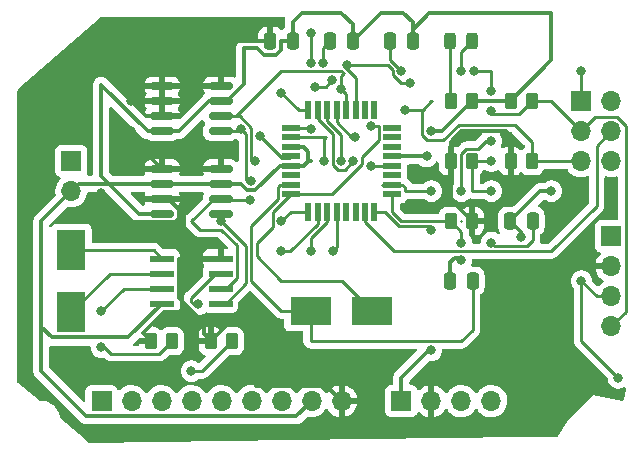
<source format=gtl>
%TF.GenerationSoftware,KiCad,Pcbnew,(6.0.0)*%
%TF.CreationDate,2022-01-07T00:24:45+08:00*%
%TF.ProjectId,pj4_MCU,706a345f-4d43-4552-9e6b-696361645f70,1*%
%TF.SameCoordinates,Original*%
%TF.FileFunction,Copper,L1,Top*%
%TF.FilePolarity,Positive*%
%FSLAX46Y46*%
G04 Gerber Fmt 4.6, Leading zero omitted, Abs format (unit mm)*
G04 Created by KiCad (PCBNEW (6.0.0)) date 2022-01-07 00:24:45*
%MOMM*%
%LPD*%
G01*
G04 APERTURE LIST*
G04 Aperture macros list*
%AMRoundRect*
0 Rectangle with rounded corners*
0 $1 Rounding radius*
0 $2 $3 $4 $5 $6 $7 $8 $9 X,Y pos of 4 corners*
0 Add a 4 corners polygon primitive as box body*
4,1,4,$2,$3,$4,$5,$6,$7,$8,$9,$2,$3,0*
0 Add four circle primitives for the rounded corners*
1,1,$1+$1,$2,$3*
1,1,$1+$1,$4,$5*
1,1,$1+$1,$6,$7*
1,1,$1+$1,$8,$9*
0 Add four rect primitives between the rounded corners*
20,1,$1+$1,$2,$3,$4,$5,0*
20,1,$1+$1,$4,$5,$6,$7,0*
20,1,$1+$1,$6,$7,$8,$9,0*
20,1,$1+$1,$8,$9,$2,$3,0*%
G04 Aperture macros list end*
%TA.AperFunction,SMDPad,CuDef*%
%ADD10R,3.500000X2.400000*%
%TD*%
%TA.AperFunction,SMDPad,CuDef*%
%ADD11R,2.400000X3.500000*%
%TD*%
%TA.AperFunction,SMDPad,CuDef*%
%ADD12R,0.550000X1.500000*%
%TD*%
%TA.AperFunction,SMDPad,CuDef*%
%ADD13R,1.500000X0.550000*%
%TD*%
%TA.AperFunction,SMDPad,CuDef*%
%ADD14RoundRect,0.150000X-0.825000X-0.150000X0.825000X-0.150000X0.825000X0.150000X-0.825000X0.150000X0*%
%TD*%
%TA.AperFunction,SMDPad,CuDef*%
%ADD15RoundRect,0.041300X-0.943700X-0.253700X0.943700X-0.253700X0.943700X0.253700X-0.943700X0.253700X0*%
%TD*%
%TA.AperFunction,SMDPad,CuDef*%
%ADD16RoundRect,0.250000X-0.262500X-0.450000X0.262500X-0.450000X0.262500X0.450000X-0.262500X0.450000X0*%
%TD*%
%TA.AperFunction,SMDPad,CuDef*%
%ADD17RoundRect,0.250000X0.262500X0.450000X-0.262500X0.450000X-0.262500X-0.450000X0.262500X-0.450000X0*%
%TD*%
%TA.AperFunction,ComponentPad*%
%ADD18R,1.700000X1.700000*%
%TD*%
%TA.AperFunction,ComponentPad*%
%ADD19O,1.700000X1.700000*%
%TD*%
%TA.AperFunction,SMDPad,CuDef*%
%ADD20RoundRect,0.243750X-0.243750X-0.456250X0.243750X-0.456250X0.243750X0.456250X-0.243750X0.456250X0*%
%TD*%
%TA.AperFunction,SMDPad,CuDef*%
%ADD21RoundRect,0.250000X-0.250000X-0.475000X0.250000X-0.475000X0.250000X0.475000X-0.250000X0.475000X0*%
%TD*%
%TA.AperFunction,ViaPad*%
%ADD22C,0.800000*%
%TD*%
%TA.AperFunction,Conductor*%
%ADD23C,0.250000*%
%TD*%
%TA.AperFunction,Conductor*%
%ADD24C,0.350000*%
%TD*%
G04 APERTURE END LIST*
D10*
%TO.P,Y2,1,1*%
%TO.N,Net-(Y2-Pad1)*%
X175320000Y-132080000D03*
%TO.P,Y2,2,2*%
%TO.N,Net-(U4-Pad7)*%
X170120000Y-132080000D03*
%TD*%
D11*
%TO.P,Y1,1,1*%
%TO.N,Net-(U2-Pad2)*%
X149860000Y-132140000D03*
%TO.P,Y1,2,2*%
%TO.N,Net-(U2-Pad1)*%
X149860000Y-126940000D03*
%TD*%
D12*
%TO.P,U4,32,PD2*%
%TO.N,/D2*%
X169920000Y-115080000D03*
%TO.P,U4,31,PD1*%
%TO.N,/TX*%
X170720000Y-115080000D03*
%TO.P,U4,30,PD0*%
%TO.N,/RX*%
X171520000Y-115080000D03*
%TO.P,U4,29,PC6/~{RESET}*%
%TO.N,/RESET*%
X172320000Y-115080000D03*
%TO.P,U4,28,PC5*%
%TO.N,/SCK*%
X173120000Y-115080000D03*
%TO.P,U4,27,PC4*%
%TO.N,/SDA*%
X173920000Y-115080000D03*
%TO.P,U4,26,PC3*%
%TO.N,unconnected-(U4-Pad26)*%
X174720000Y-115080000D03*
%TO.P,U4,25,PC2*%
%TO.N,unconnected-(U4-Pad25)*%
X175520000Y-115080000D03*
D13*
%TO.P,U4,24,PC1*%
%TO.N,unconnected-(U4-Pad24)*%
X177020000Y-116580000D03*
%TO.P,U4,23,PC0*%
%TO.N,unconnected-(U4-Pad23)*%
X177020000Y-117380000D03*
%TO.P,U4,22,ADC7*%
%TO.N,unconnected-(U4-Pad22)*%
X177020000Y-118180000D03*
%TO.P,U4,21,GND*%
%TO.N,GND*%
X177020000Y-118980000D03*
%TO.P,U4,20,AREF*%
%TO.N,Net-(U4-Pad20)*%
X177020000Y-119780000D03*
%TO.P,U4,19,ADC6*%
%TO.N,unconnected-(U4-Pad19)*%
X177020000Y-120580000D03*
%TO.P,U4,18,AVCC*%
%TO.N,Net-(U4-Pad18)*%
X177020000Y-121380000D03*
%TO.P,U4,17,PB5*%
%TO.N,/SCK*%
X177020000Y-122180000D03*
D12*
%TO.P,U4,16,PB4*%
%TO.N,/MISO*%
X175520000Y-123680000D03*
%TO.P,U4,15,PB3*%
%TO.N,/MOSI*%
X174720000Y-123680000D03*
%TO.P,U4,14,PB2*%
%TO.N,unconnected-(U4-Pad14)*%
X173920000Y-123680000D03*
%TO.P,U4,13,PB1*%
%TO.N,unconnected-(U4-Pad13)*%
X173120000Y-123680000D03*
%TO.P,U4,12,PB0*%
%TO.N,/D8*%
X172320000Y-123680000D03*
%TO.P,U4,11,PD7*%
%TO.N,/D7*%
X171520000Y-123680000D03*
%TO.P,U4,10,PD6*%
%TO.N,/D6*%
X170720000Y-123680000D03*
%TO.P,U4,9,PD5*%
%TO.N,/D5*%
X169920000Y-123680000D03*
D13*
%TO.P,U4,8,PB7*%
%TO.N,Net-(Y2-Pad1)*%
X168420000Y-122180000D03*
%TO.P,U4,7,PB6*%
%TO.N,Net-(U4-Pad7)*%
X168420000Y-121380000D03*
%TO.P,U4,6,VCC*%
%TO.N,unconnected-(U4-Pad6)*%
X168420000Y-120580000D03*
%TO.P,U4,5,GND*%
%TO.N,GND*%
X168420000Y-119780000D03*
%TO.P,U4,4,VCC*%
%TO.N,Net-(U4-Pad18)*%
X168420000Y-118980000D03*
%TO.P,U4,3,GND*%
%TO.N,GND*%
X168420000Y-118180000D03*
%TO.P,U4,2,PD4*%
%TO.N,/D4*%
X168420000Y-117380000D03*
%TO.P,U4,1,PD3*%
%TO.N,/D3*%
X168420000Y-116580000D03*
%TD*%
D14*
%TO.P,U3,8,VCC*%
%TO.N,/VCC*%
X162495000Y-120015000D03*
%TO.P,U3,7,WP*%
%TO.N,GND*%
X162495000Y-121285000D03*
%TO.P,U3,6,SCL*%
%TO.N,/SCK*%
X162495000Y-122555000D03*
%TO.P,U3,5,SDA*%
%TO.N,/SDA*%
X162495000Y-123825000D03*
%TO.P,U3,4,GND*%
%TO.N,GND*%
X157545000Y-123825000D03*
%TO.P,U3,3,A2*%
%TO.N,/VCC*%
X157545000Y-122555000D03*
%TO.P,U3,2,A1*%
%TO.N,GND*%
X157545000Y-121285000D03*
%TO.P,U3,1,A0*%
%TO.N,/VCC*%
X157545000Y-120015000D03*
%TD*%
D15*
%TO.P,U2,1,X1*%
%TO.N,Net-(U2-Pad1)*%
X157545000Y-127635000D03*
%TO.P,U2,2,X2*%
%TO.N,Net-(U2-Pad2)*%
X157545000Y-128905000D03*
%TO.P,U2,3,~{INTA}*%
%TO.N,Net-(U2-Pad3)*%
X157545000Y-130175000D03*
%TO.P,U2,4,GND*%
%TO.N,GND*%
X157545000Y-131445000D03*
%TO.P,U2,5,SDA*%
%TO.N,/SDA*%
X162495000Y-131445000D03*
%TO.P,U2,6,SCL*%
%TO.N,/SCK*%
X162495000Y-130175000D03*
%TO.P,U2,7,SQW/~{INT}*%
%TO.N,Net-(U2-Pad7)*%
X162495000Y-128905000D03*
%TO.P,U2,8,VCC*%
%TO.N,/VCC*%
X162495000Y-127635000D03*
%TD*%
D14*
%TO.P,U1,8,VCC*%
%TO.N,/VCC*%
X162495000Y-113030000D03*
%TO.P,U1,7,WP*%
%TO.N,GND*%
X162495000Y-114300000D03*
%TO.P,U1,6,SCL*%
%TO.N,/SCK*%
X162495000Y-115570000D03*
%TO.P,U1,5,SDA*%
%TO.N,/SDA*%
X162495000Y-116840000D03*
%TO.P,U1,4,GND*%
%TO.N,GND*%
X157545000Y-116840000D03*
%TO.P,U1,3,A2*%
%TO.N,/VCC*%
X157545000Y-115570000D03*
%TO.P,U1,2,A1*%
X157545000Y-114300000D03*
%TO.P,U1,1,A0*%
X157545000Y-113030000D03*
%TD*%
D16*
%TO.P,R7,1*%
%TO.N,Net-(D2-Pad1)*%
X181967500Y-114300000D03*
%TO.P,R7,2*%
%TO.N,GND*%
X183792500Y-114300000D03*
%TD*%
%TO.P,R6,1*%
%TO.N,/VCC*%
X187047500Y-119380000D03*
%TO.P,R6,2*%
%TO.N,/RESET*%
X188872500Y-119380000D03*
%TD*%
%TO.P,R5,1*%
%TO.N,GND*%
X187047500Y-114300000D03*
%TO.P,R5,2*%
%TO.N,/SCK*%
X188872500Y-114300000D03*
%TD*%
%TO.P,R4,1*%
%TO.N,/VCC*%
X181967500Y-119380000D03*
%TO.P,R4,2*%
%TO.N,/SDA*%
X183792500Y-119380000D03*
%TD*%
D17*
%TO.P,R3,1*%
%TO.N,/VCC*%
X183792500Y-124460000D03*
%TO.P,R3,2*%
%TO.N,/SCK*%
X181967500Y-124460000D03*
%TD*%
D16*
%TO.P,R2,2*%
%TO.N,Net-(U2-Pad7)*%
X163472500Y-134620000D03*
%TO.P,R2,1*%
%TO.N,/VCC*%
X161647500Y-134620000D03*
%TD*%
%TO.P,R1,1*%
%TO.N,/VCC*%
X156567500Y-134620000D03*
%TO.P,R1,2*%
%TO.N,Net-(U2-Pad3)*%
X158392500Y-134620000D03*
%TD*%
D18*
%TO.P,J4,1,Pin_1*%
%TO.N,GND*%
X177800000Y-139700000D03*
D19*
%TO.P,J4,2,Pin_2*%
%TO.N,/VCC*%
X180340000Y-139700000D03*
%TO.P,J4,3,Pin_3*%
%TO.N,/RX*%
X182880000Y-139700000D03*
%TO.P,J4,4,Pin_4*%
%TO.N,/TX*%
X185420000Y-139700000D03*
%TD*%
D18*
%TO.P,J3,1,Pin_1*%
%TO.N,GND*%
X195580000Y-125740000D03*
D19*
%TO.P,J3,2,Pin_2*%
%TO.N,/VCC*%
X195580000Y-128280000D03*
%TO.P,J3,3,Pin_3*%
%TO.N,/SDA*%
X195580000Y-130820000D03*
%TO.P,J3,4,Pin_4*%
%TO.N,/SCK*%
X195580000Y-133360000D03*
%TD*%
D18*
%TO.P,J2,1,Pin_1*%
%TO.N,/MISO*%
X193040000Y-114300000D03*
D19*
%TO.P,J2,2,Pin_2*%
%TO.N,/VCC*%
X195580000Y-114300000D03*
%TO.P,J2,3,Pin_3*%
%TO.N,/SCK*%
X193040000Y-116840000D03*
%TO.P,J2,4,Pin_4*%
%TO.N,/MOSI*%
X195580000Y-116840000D03*
%TO.P,J2,5,Pin_5*%
%TO.N,/RESET*%
X193040000Y-119380000D03*
%TO.P,J2,6,Pin_6*%
%TO.N,GND*%
X195580000Y-119380000D03*
%TD*%
D18*
%TO.P,J1,1,Pin_1*%
%TO.N,/D2*%
X152410000Y-139700000D03*
D19*
%TO.P,J1,2,Pin_2*%
%TO.N,/D3*%
X154950000Y-139700000D03*
%TO.P,J1,3,Pin_3*%
%TO.N,/D4*%
X157490000Y-139700000D03*
%TO.P,J1,4,Pin_4*%
%TO.N,/D5*%
X160030000Y-139700000D03*
%TO.P,J1,5,Pin_5*%
%TO.N,/D6*%
X162570000Y-139700000D03*
%TO.P,J1,6,Pin_6*%
%TO.N,/D7*%
X165110000Y-139700000D03*
%TO.P,J1,7,Pin_7*%
%TO.N,/D8*%
X167650000Y-139700000D03*
%TO.P,J1,8,Pin_8*%
%TO.N,GND*%
X170190000Y-139700000D03*
%TO.P,J1,9,Pin_9*%
%TO.N,/VCC*%
X172730000Y-139700000D03*
%TD*%
D20*
%TO.P,D2,2,A*%
%TO.N,Net-(U4-Pad18)*%
X183817500Y-109220000D03*
%TO.P,D2,1,K*%
%TO.N,Net-(D2-Pad1)*%
X181942500Y-109220000D03*
%TD*%
D21*
%TO.P,C8,2*%
%TO.N,GND*%
X178750000Y-109220000D03*
%TO.P,C8,1*%
%TO.N,Net-(U4-Pad18)*%
X176850000Y-109220000D03*
%TD*%
%TO.P,C7,2*%
%TO.N,Net-(U4-Pad20)*%
X188910000Y-124460000D03*
%TO.P,C7,1*%
%TO.N,GND*%
X187010000Y-124460000D03*
%TD*%
%TO.P,C6,1*%
%TO.N,Net-(Y2-Pad1)*%
X171770000Y-109220000D03*
%TO.P,C6,2*%
%TO.N,GND*%
X173670000Y-109220000D03*
%TD*%
%TO.P,C5,1*%
%TO.N,GND*%
X181930000Y-129540000D03*
%TO.P,C5,2*%
%TO.N,Net-(U4-Pad7)*%
X183830000Y-129540000D03*
%TD*%
%TO.P,C1,2*%
%TO.N,GND*%
X168590000Y-109220000D03*
%TO.P,C1,1*%
%TO.N,/VCC*%
X166690000Y-109220000D03*
%TD*%
D18*
%TO.P,BT1,1,+*%
%TO.N,Net-(U4-Pad18)*%
X149860000Y-119380000D03*
D19*
%TO.P,BT1,2,-*%
%TO.N,GND*%
X149860000Y-121920000D03*
%TD*%
D22*
%TO.N,/SDA*%
X196163010Y-137743010D03*
X185420000Y-119380000D03*
X185420000Y-113475500D03*
X183970989Y-111760000D03*
%TO.N,/MISO*%
X185420000Y-117664500D03*
X182880000Y-121920000D03*
%TO.N,/SDA*%
X178524500Y-112772051D03*
%TO.N,/RESET*%
X178117859Y-115024500D03*
X173845123Y-117301792D03*
%TO.N,Net-(Y2-Pad1)*%
X171962299Y-112517701D03*
X171179503Y-111035500D03*
X170496128Y-113100726D03*
X175260000Y-116445674D03*
%TO.N,/SCK*%
X165374980Y-119380000D03*
X164980868Y-122696693D03*
%TO.N,/SDA*%
X165100000Y-121025444D03*
%TO.N,Net-(U4-Pad18)*%
X165824500Y-117264386D03*
%TO.N,/VCC*%
X154940000Y-120154500D03*
X152400000Y-122109500D03*
%TO.N,Net-(U2-Pad7)*%
X160020000Y-137160000D03*
X160603010Y-131496990D03*
%TO.N,Net-(U2-Pad3)*%
X152400000Y-132080000D03*
X152400000Y-135139011D03*
%TO.N,/D8*%
X171995500Y-127000000D03*
%TO.N,/D7*%
X170180000Y-127000000D03*
%TO.N,/D6*%
X167640000Y-127000000D03*
%TO.N,/D5*%
X167640000Y-124460000D03*
%TO.N,/TX*%
X173732051Y-119367452D03*
%TO.N,/D3*%
X170180000Y-116655500D03*
%TO.N,/D4*%
X171271000Y-119380000D03*
%TO.N,/D2*%
X167640000Y-113575500D03*
X170180000Y-108495500D03*
X170180000Y-111035500D03*
%TO.N,/VCC*%
X154940000Y-116840000D03*
X154940000Y-114300000D03*
%TO.N,/SCK*%
X172720000Y-113275386D03*
%TO.N,GND*%
X187960000Y-125775980D03*
X190500000Y-121920000D03*
X180340000Y-135394500D03*
X182880000Y-127774500D03*
%TO.N,/SDA*%
X162560000Y-124460000D03*
X164225451Y-116689951D03*
X173232300Y-111247701D03*
%TO.N,GND*%
X180290011Y-116840000D03*
X179940000Y-118980000D03*
%TO.N,/MISO*%
X193040000Y-111760000D03*
X180340000Y-125184500D03*
%TO.N,/SCK*%
X182880000Y-126275500D03*
X185420000Y-115124500D03*
%TO.N,Net-(U4-Pad20)*%
X185420000Y-126275500D03*
X175260000Y-119780000D03*
%TO.N,Net-(U4-Pad18)*%
X180340000Y-121920000D03*
%TO.N,/RX*%
X172720000Y-119380000D03*
%TO.N,/SDA*%
X185420000Y-121920000D03*
X193040000Y-129540000D03*
%TO.N,/VCC*%
X187960000Y-121920000D03*
%TO.N,Net-(U4-Pad18)*%
X182880000Y-111760000D03*
X177800000Y-111760000D03*
%TD*%
D23*
%TO.N,/SDA*%
X193040000Y-134620000D02*
X193040000Y-129540000D01*
X196163010Y-137743010D02*
X193040000Y-134620000D01*
D24*
%TO.N,/VCC*%
X187047500Y-121007500D02*
X187960000Y-121920000D01*
X187047500Y-119380000D02*
X187047500Y-121007500D01*
D23*
%TO.N,/SDA*%
X183792500Y-119380000D02*
X185420000Y-119380000D01*
%TO.N,/MISO*%
X182880000Y-118767507D02*
X182880000Y-121920000D01*
X183292027Y-118355480D02*
X182880000Y-118767507D01*
X184292973Y-118355480D02*
X183292027Y-118355480D01*
X185420000Y-117664500D02*
X184983953Y-117664500D01*
X184983953Y-117664500D02*
X184292973Y-118355480D01*
%TO.N,/SDA*%
X185420000Y-111760000D02*
X185420000Y-113475500D01*
X183970989Y-111760000D02*
X185420000Y-111760000D01*
X183792500Y-121920000D02*
X183792500Y-119380000D01*
X185420000Y-121920000D02*
X183792500Y-121920000D01*
D24*
%TO.N,GND*%
X183792500Y-114300000D02*
X187047500Y-114300000D01*
X190500000Y-110847500D02*
X187047500Y-114300000D01*
X190500000Y-106855020D02*
X190500000Y-110847500D01*
X180164980Y-106855020D02*
X190500000Y-106855020D01*
X178750000Y-108270000D02*
X180164980Y-106855020D01*
X178750000Y-109220000D02*
X178750000Y-108270000D01*
D23*
%TO.N,/RESET*%
X179615500Y-115024500D02*
X178117859Y-115024500D01*
X180340000Y-114300000D02*
X179615500Y-115024500D01*
X180346763Y-114306763D02*
X180340000Y-114300000D01*
X188872500Y-117752500D02*
X188872500Y-119380000D01*
X187410481Y-116290481D02*
X188872500Y-117752500D01*
X182652381Y-116290481D02*
X187410481Y-116290481D01*
X181328351Y-117614511D02*
X182652381Y-116290481D01*
X179969197Y-117614511D02*
X181328351Y-117614511D01*
X179515500Y-117160814D02*
X179969197Y-117614511D01*
X179515500Y-115138026D02*
X179515500Y-117160814D01*
X180346763Y-114306763D02*
X179515500Y-115138026D01*
X180353525Y-114300000D02*
X180346763Y-114306763D01*
%TO.N,/SDA*%
X177787437Y-112772051D02*
X178524500Y-112772051D01*
X177075489Y-112060103D02*
X177787437Y-112772051D01*
X177075489Y-112060103D02*
X177075489Y-111671207D01*
X177075489Y-111671207D02*
X176651983Y-111247701D01*
X176651983Y-111247701D02*
X173232300Y-111247701D01*
%TO.N,/RESET*%
X173541792Y-117301792D02*
X173845123Y-117301792D01*
X172320000Y-116080000D02*
X173541792Y-117301792D01*
X172320000Y-115080000D02*
X172320000Y-116080000D01*
%TO.N,Net-(Y2-Pad1)*%
X171944117Y-122180000D02*
X168420000Y-122180000D01*
X175945489Y-117578422D02*
X174456562Y-119067349D01*
X174456562Y-119667555D02*
X171944117Y-122180000D01*
X175260000Y-116445674D02*
X175945489Y-116445674D01*
X175945489Y-116445674D02*
X175945489Y-117578422D01*
X174456562Y-119067349D02*
X174456562Y-119667555D01*
X171962299Y-112517701D02*
X171379274Y-113100726D01*
X171379274Y-113100726D02*
X170496128Y-113100726D01*
X171179503Y-109810497D02*
X171179503Y-111035500D01*
X171770000Y-109220000D02*
X171179503Y-109810497D01*
%TO.N,/D2*%
X170180000Y-108495500D02*
X170180000Y-111035500D01*
%TO.N,Net-(U4-Pad18)*%
X177800000Y-111760000D02*
X176850000Y-110810000D01*
X176850000Y-110810000D02*
X176850000Y-109220000D01*
D24*
%TO.N,/VCC*%
X154940000Y-120154500D02*
X154940000Y-116840000D01*
X154940000Y-116840000D02*
X154940000Y-117410000D01*
X154940000Y-117410000D02*
X157545000Y-120015000D01*
%TO.N,GND*%
X156313964Y-116840000D02*
X157545000Y-116840000D01*
X152400000Y-112926036D02*
X156313964Y-116840000D01*
X152400000Y-120650000D02*
X152400000Y-112926036D01*
X153035000Y-121285000D02*
X152400000Y-120650000D01*
%TO.N,/VCC*%
X158944520Y-123437027D02*
X158062493Y-122555000D01*
X158944520Y-124212973D02*
X158944520Y-123437027D01*
X158607973Y-124549520D02*
X158944520Y-124212973D01*
X152400000Y-122109500D02*
X154840020Y-124549520D01*
X154840020Y-124549520D02*
X158607973Y-124549520D01*
D23*
%TO.N,Net-(U4-Pad7)*%
X167345489Y-121580489D02*
X167545978Y-121380000D01*
X167545978Y-121380000D02*
X168420000Y-121380000D01*
X165100000Y-129540000D02*
X165100000Y-124864283D01*
X167345489Y-122618794D02*
X167345489Y-121580489D01*
X170120000Y-132080000D02*
X167640000Y-132080000D01*
X167640000Y-132080000D02*
X165100000Y-129540000D01*
X165100000Y-124864283D02*
X167345489Y-122618794D01*
%TO.N,Net-(Y2-Pad1)*%
X166915489Y-123684511D02*
X168420000Y-122180000D01*
X166915489Y-124924511D02*
X166915489Y-123684511D01*
X165549520Y-126290480D02*
X166915489Y-124924511D01*
X172780000Y-129540000D02*
X167640000Y-129540000D01*
X167640000Y-129540000D02*
X165549520Y-127449520D01*
X175320000Y-132080000D02*
X172780000Y-129540000D01*
X165549520Y-127449520D02*
X165549520Y-126290480D01*
%TO.N,/SCK*%
X165286198Y-119380000D02*
X165374980Y-119380000D01*
X165193099Y-119286901D02*
X165286198Y-119380000D01*
%TO.N,/SDA*%
X164650480Y-117114980D02*
X164225451Y-116689951D01*
X164650480Y-120964822D02*
X164650480Y-117114980D01*
X164711102Y-121025444D02*
X164650480Y-120964822D01*
X165100000Y-121025444D02*
X164711102Y-121025444D01*
%TO.N,/SCK*%
X162636693Y-122696693D02*
X164980868Y-122696693D01*
X162495000Y-122555000D02*
X162636693Y-122696693D01*
D24*
%TO.N,GND*%
X169920000Y-118580000D02*
X169920000Y-119380000D01*
X169520000Y-118180000D02*
X169920000Y-118580000D01*
X168420000Y-118180000D02*
X169520000Y-118180000D01*
X169920000Y-119380000D02*
X170180000Y-119380000D01*
X169520000Y-119780000D02*
X169920000Y-119380000D01*
X168420000Y-119780000D02*
X169520000Y-119780000D01*
X165441525Y-121849955D02*
X167511480Y-119780000D01*
X164758475Y-121849955D02*
X165441525Y-121849955D01*
X164193520Y-121285000D02*
X164758475Y-121849955D01*
X167511480Y-119780000D02*
X168420000Y-119780000D01*
X162495000Y-121285000D02*
X164193520Y-121285000D01*
D23*
%TO.N,/SCK*%
X165099989Y-119193791D02*
X165193099Y-119286901D01*
X165099989Y-116539875D02*
X165099989Y-119193791D01*
X164130114Y-115570000D02*
X165099989Y-116539875D01*
X162495000Y-115570000D02*
X164130114Y-115570000D01*
X162495000Y-122555000D02*
X163195000Y-122555000D01*
%TO.N,Net-(U4-Pad18)*%
X165824500Y-117264386D02*
X167690603Y-119130489D01*
D24*
%TO.N,/VCC*%
X159385000Y-123877507D02*
X159385000Y-127635000D01*
X158062493Y-122555000D02*
X159385000Y-123877507D01*
X157545000Y-122555000D02*
X158062493Y-122555000D01*
D23*
%TO.N,Net-(U2-Pad7)*%
X163472500Y-134620000D02*
X160932500Y-137160000D01*
X160932500Y-137160000D02*
X160020000Y-137160000D01*
D24*
%TO.N,/VCC*%
X165100000Y-132080000D02*
X165452989Y-132432989D01*
X165452989Y-132432989D02*
X165452989Y-138425489D01*
X164187500Y-132080000D02*
X165100000Y-132080000D01*
X161647500Y-134620000D02*
X164187500Y-132080000D01*
X165452989Y-138425489D02*
X171455489Y-138425489D01*
X171455489Y-138425489D02*
X172730000Y-139700000D01*
D23*
%TO.N,Net-(U2-Pad7)*%
X160020000Y-131302862D02*
X160408569Y-131691431D01*
X160020000Y-130935253D02*
X160020000Y-131302862D01*
X162050253Y-128905000D02*
X160020000Y-130935253D01*
X162495000Y-128905000D02*
X162050253Y-128905000D01*
X160408569Y-131691431D02*
X160603010Y-131496990D01*
D24*
%TO.N,/VCC*%
X160020000Y-132080000D02*
X158954520Y-131014520D01*
X159935480Y-132164520D02*
X160020000Y-132080000D01*
X157673330Y-132164520D02*
X159935480Y-132164520D01*
D23*
%TO.N,Net-(U2-Pad3)*%
X154305000Y-130175000D02*
X152400000Y-132080000D01*
X157545000Y-130175000D02*
X154305000Y-130175000D01*
X152400000Y-134864031D02*
X152400000Y-135139011D01*
X153230489Y-135694520D02*
X152400000Y-134864031D01*
X157317980Y-135694520D02*
X153230489Y-135694520D01*
X158392500Y-134620000D02*
X157317980Y-135694520D01*
D24*
%TO.N,/VCC*%
X158954520Y-127635000D02*
X162495000Y-127635000D01*
X158954520Y-131014520D02*
X158954520Y-127635000D01*
X161085480Y-133145480D02*
X158954520Y-131014520D01*
X161085480Y-134057980D02*
X161085480Y-133145480D01*
X161647500Y-134620000D02*
X161085480Y-134057980D01*
X155892675Y-133945175D02*
X157673330Y-132164520D01*
X156567500Y-134620000D02*
X155892675Y-133945175D01*
%TO.N,GND*%
X147320000Y-137160000D02*
X147320000Y-132080000D01*
X168915489Y-140974511D02*
X151134511Y-140974511D01*
X151134511Y-140974511D02*
X147320000Y-137160000D01*
X170190000Y-139700000D02*
X168915489Y-140974511D01*
X148235489Y-134314511D02*
X147320000Y-133399022D01*
X154675489Y-134314511D02*
X148235489Y-134314511D01*
X157545000Y-131445000D02*
X154675489Y-134314511D01*
X147320000Y-133399022D02*
X147320000Y-124460000D01*
X147320000Y-124460000D02*
X149860000Y-121920000D01*
D23*
%TO.N,/D8*%
X171995500Y-127000000D02*
X172320000Y-126675500D01*
X172320000Y-126675500D02*
X172320000Y-123680000D01*
%TO.N,/D7*%
X170180000Y-127000000D02*
X170180000Y-125855718D01*
X171520000Y-123680000D02*
X171520000Y-124515718D01*
X171520000Y-124515718D02*
X170180000Y-125855718D01*
%TO.N,/D6*%
X168400000Y-127000000D02*
X167640000Y-127000000D01*
X170720000Y-124680000D02*
X168400000Y-127000000D01*
X170720000Y-123680000D02*
X170720000Y-124680000D01*
%TO.N,/D5*%
X168420000Y-123680000D02*
X167640000Y-124460000D01*
X169920000Y-123680000D02*
X168420000Y-123680000D01*
%TO.N,/TX*%
X171995500Y-119680114D02*
X171995500Y-118655500D01*
X173732051Y-119392563D02*
X173020103Y-120104511D01*
X173732051Y-119367452D02*
X173732051Y-119392563D01*
X173020103Y-120104511D02*
X172419897Y-120104511D01*
X172419897Y-120104511D02*
X171995500Y-119680114D01*
%TO.N,/RX*%
X171520000Y-115954022D02*
X171520000Y-115080000D01*
X172720000Y-117154022D02*
X171520000Y-115954022D01*
X172720000Y-119380000D02*
X172720000Y-117154022D01*
%TO.N,/D3*%
X169920000Y-116580000D02*
X168420000Y-116580000D01*
%TO.N,/D4*%
X171417418Y-117380000D02*
X168420000Y-117380000D01*
X171271000Y-117526418D02*
X171417418Y-117380000D01*
X171271000Y-119380000D02*
X171271000Y-117526418D01*
%TO.N,Net-(U4-Pad20)*%
X175260000Y-119780000D02*
X177020000Y-119780000D01*
%TO.N,/TX*%
X170720000Y-115789740D02*
X170720000Y-115080000D01*
X171995500Y-117065240D02*
X170720000Y-115789740D01*
X171995500Y-118804906D02*
X171995500Y-117065240D01*
%TO.N,/D2*%
X169920000Y-115080000D02*
X169144500Y-115080000D01*
X169144500Y-115080000D02*
X167640000Y-113575500D01*
D24*
%TO.N,/VCC*%
X156210000Y-115570000D02*
X154940000Y-114300000D01*
X157545000Y-115570000D02*
X156210000Y-115570000D01*
%TO.N,GND*%
X163012493Y-114300000D02*
X162495000Y-114300000D01*
X164500480Y-112812013D02*
X163012493Y-114300000D01*
X167219395Y-110369520D02*
X166160605Y-110369520D01*
X167614520Y-109974395D02*
X167219395Y-110369520D01*
X167614520Y-109220000D02*
X167614520Y-109974395D01*
X165610605Y-109819520D02*
X164500480Y-109819520D01*
X164500480Y-109819520D02*
X164500480Y-112812013D01*
X168590000Y-109220000D02*
X167614520Y-109220000D01*
X166160605Y-110369520D02*
X165610605Y-109819520D01*
%TO.N,/VCC*%
X162495000Y-109285000D02*
X162495000Y-113030000D01*
X162560000Y-109220000D02*
X162495000Y-109285000D01*
X166690000Y-109220000D02*
X162560000Y-109220000D01*
D23*
%TO.N,Net-(U4-Pad18)*%
X168269511Y-119130489D02*
X168420000Y-118980000D01*
X167690603Y-119130489D02*
X168269511Y-119130489D01*
%TO.N,/SCK*%
X167640000Y-111760000D02*
X163830000Y-115570000D01*
X172919511Y-111959511D02*
X172720000Y-111760000D01*
X163830000Y-115570000D02*
X162495000Y-115570000D01*
X172720000Y-112159022D02*
X172720000Y-113275386D01*
X172919511Y-111959511D02*
X172720000Y-112159022D01*
X172720000Y-111760000D02*
X167640000Y-111760000D01*
X173120000Y-113675386D02*
X172720000Y-113275386D01*
X173120000Y-115080000D02*
X173120000Y-113675386D01*
D24*
%TO.N,/VCC*%
X181967500Y-117752500D02*
X181967500Y-119380000D01*
X182880000Y-116840000D02*
X181967500Y-117752500D01*
X186652514Y-116840000D02*
X182880000Y-116840000D01*
X187047500Y-117234986D02*
X186652514Y-116840000D01*
X187047500Y-119380000D02*
X187047500Y-117234986D01*
%TO.N,GND*%
X187960000Y-125410000D02*
X187960000Y-125775980D01*
X187010000Y-124460000D02*
X187960000Y-125410000D01*
D23*
%TO.N,/MOSI*%
X174720000Y-124554022D02*
X174720000Y-123680000D01*
X177165978Y-127000000D02*
X174720000Y-124554022D01*
X190500000Y-127000000D02*
X177165978Y-127000000D01*
X194355489Y-118064511D02*
X194355489Y-123144511D01*
X195580000Y-116840000D02*
X194355489Y-118064511D01*
X194355489Y-123144511D02*
X190500000Y-127000000D01*
%TO.N,Net-(U4-Pad20)*%
X188910000Y-126050000D02*
X188910000Y-124460000D01*
X185420000Y-126275500D02*
X185694980Y-126550480D01*
X185694980Y-126550480D02*
X188409520Y-126550480D01*
X188409520Y-126550480D02*
X188910000Y-126050000D01*
D24*
%TO.N,GND*%
X189550000Y-121920000D02*
X190500000Y-121920000D01*
X187010000Y-124460000D02*
X189550000Y-121920000D01*
X180340000Y-135169520D02*
X180340000Y-135394500D01*
X177800000Y-137709520D02*
X180340000Y-135169520D01*
X177800000Y-139700000D02*
X177800000Y-137709520D01*
X182880000Y-127549520D02*
X182880000Y-127774500D01*
X181930000Y-127950000D02*
X182330480Y-127549520D01*
X181930000Y-129540000D02*
X181930000Y-127950000D01*
X182330480Y-127549520D02*
X182880000Y-127549520D01*
D23*
%TO.N,/SCK*%
X160020000Y-124460000D02*
X161925000Y-122555000D01*
X161925000Y-122555000D02*
X162495000Y-122555000D01*
X160744511Y-125184511D02*
X160020000Y-124460000D01*
X163854520Y-126479031D02*
X162560000Y-125184511D01*
X163854520Y-129260227D02*
X163854520Y-126479031D01*
X162560000Y-125184511D02*
X160744511Y-125184511D01*
X162939747Y-130175000D02*
X163854520Y-129260227D01*
X162495000Y-130175000D02*
X162939747Y-130175000D01*
%TO.N,/SDA*%
X164650480Y-129734267D02*
X164650480Y-126550480D01*
X164650480Y-126550480D02*
X162560000Y-124460000D01*
X162939747Y-131445000D02*
X164650480Y-129734267D01*
X162495000Y-131445000D02*
X162939747Y-131445000D01*
X162495000Y-124395000D02*
X162560000Y-124460000D01*
X162495000Y-123825000D02*
X162495000Y-124395000D01*
X164075402Y-116840000D02*
X164225451Y-116689951D01*
X162495000Y-116840000D02*
X164075402Y-116840000D01*
X173037859Y-111442142D02*
X173232300Y-111247701D01*
X173920000Y-112324283D02*
X173037859Y-111442142D01*
X173920000Y-115080000D02*
X173920000Y-112324283D01*
%TO.N,/SCK*%
X173120000Y-115080000D02*
X172919511Y-114879511D01*
D24*
%TO.N,GND*%
X181252500Y-116840000D02*
X183792500Y-114300000D01*
X180290011Y-116840000D02*
X181252500Y-116840000D01*
X177020000Y-118980000D02*
X179940000Y-118980000D01*
D23*
%TO.N,/MISO*%
X193040000Y-114300000D02*
X193040000Y-111760000D01*
X180340000Y-124909520D02*
X180340000Y-125184500D01*
X177482141Y-124777859D02*
X177613803Y-124909520D01*
X177613803Y-124909520D02*
X180340000Y-124909520D01*
X176384282Y-123680000D02*
X177482141Y-124777859D01*
X175520000Y-123680000D02*
X176384282Y-123680000D01*
%TO.N,/SCK*%
X182880000Y-126275500D02*
X182880000Y-125372500D01*
X182880000Y-125372500D02*
X181967500Y-124460000D01*
X185420000Y-115374520D02*
X185420000Y-115124500D01*
X187797980Y-115374520D02*
X185420000Y-115374520D01*
X188872500Y-114300000D02*
X187797980Y-115374520D01*
%TO.N,/SDA*%
X194320000Y-130820000D02*
X195580000Y-130820000D01*
X193040000Y-129540000D02*
X194320000Y-130820000D01*
%TO.N,Net-(U4-Pad18)*%
X178094511Y-121920000D02*
X180340000Y-121920000D01*
X177020000Y-121380000D02*
X177894022Y-121380000D01*
X177894022Y-121380000D02*
X178094511Y-121580489D01*
X178094511Y-121580489D02*
X178094511Y-121920000D01*
%TO.N,/SCK*%
X194214511Y-115665489D02*
X193040000Y-116840000D01*
X196804511Y-116403501D02*
X196066499Y-115665489D01*
X196066499Y-115665489D02*
X194214511Y-115665489D01*
X196804511Y-132135489D02*
X196804511Y-116403501D01*
X195580000Y-133360000D02*
X196804511Y-132135489D01*
%TO.N,Net-(U4-Pad18)*%
X182880000Y-110157500D02*
X182880000Y-111760000D01*
X183817500Y-109220000D02*
X182880000Y-110157500D01*
D24*
%TO.N,GND*%
X177975020Y-106855020D02*
X177800000Y-106855020D01*
X178750000Y-107630000D02*
X177975020Y-106855020D01*
X178750000Y-109220000D02*
X178750000Y-107630000D01*
X176034980Y-106855020D02*
X177800000Y-106855020D01*
X173670000Y-109220000D02*
X176034980Y-106855020D01*
X172720000Y-106855020D02*
X173670000Y-107805020D01*
X169364980Y-106855020D02*
X172720000Y-106855020D01*
X168590000Y-107630000D02*
X169364980Y-106855020D01*
X168590000Y-109220000D02*
X168590000Y-107630000D01*
X173670000Y-107805020D02*
X173670000Y-109220000D01*
D23*
%TO.N,/SCK*%
X190500000Y-114300000D02*
X193040000Y-116840000D01*
X188872500Y-114300000D02*
X190500000Y-114300000D01*
D24*
%TO.N,/VCC*%
X181967500Y-122635000D02*
X181967500Y-119380000D01*
X183792500Y-124460000D02*
X181967500Y-122635000D01*
D23*
%TO.N,/SCK*%
X177020000Y-123680000D02*
X177020000Y-122180000D01*
X177800000Y-124460000D02*
X177020000Y-123680000D01*
X181967500Y-124460000D02*
X177800000Y-124460000D01*
%TO.N,/RESET*%
X188872500Y-119380000D02*
X193040000Y-119380000D01*
%TO.N,*%
X182880000Y-124460000D02*
X182854520Y-124460000D01*
%TO.N,Net-(D2-Pad1)*%
X181942500Y-114275000D02*
X181942500Y-109220000D01*
X181967500Y-114300000D02*
X181942500Y-114275000D01*
%TO.N,Net-(U4-Pad7)*%
X182880000Y-134620000D02*
X170180000Y-134620000D01*
X183830000Y-133670000D02*
X182880000Y-134620000D01*
X183830000Y-129540000D02*
X183830000Y-133670000D01*
X170180000Y-134620000D02*
X170120000Y-134560000D01*
X170120000Y-134560000D02*
X170120000Y-132080000D01*
%TO.N,Net-(U2-Pad2)*%
X153095000Y-128905000D02*
X157545000Y-128905000D01*
X149860000Y-132140000D02*
X153095000Y-128905000D01*
%TO.N,Net-(U2-Pad1)*%
X156850000Y-126940000D02*
X157545000Y-127635000D01*
X149860000Y-126940000D02*
X156850000Y-126940000D01*
%TO.N,Net-(U4-Pad18)*%
X176145978Y-121380000D02*
X177020000Y-121380000D01*
X149860000Y-119380000D02*
X150260000Y-118980000D01*
D24*
%TO.N,/VCC*%
X157545000Y-113030000D02*
X162495000Y-113030000D01*
X162495000Y-120015000D02*
X157545000Y-120015000D01*
%TO.N,GND*%
X155575000Y-123825000D02*
X153035000Y-121285000D01*
X157545000Y-123825000D02*
X155575000Y-123825000D01*
X150495000Y-121285000D02*
X153035000Y-121285000D01*
X153035000Y-121285000D02*
X157545000Y-121285000D01*
X162495000Y-121285000D02*
X157545000Y-121285000D01*
X158932507Y-116840000D02*
X157545000Y-116840000D01*
X161472507Y-114300000D02*
X158932507Y-116840000D01*
X162495000Y-114300000D02*
X161472507Y-114300000D01*
%TO.N,/VCC*%
X157545000Y-115570000D02*
X157545000Y-114300000D01*
X157545000Y-113030000D02*
X157545000Y-114300000D01*
%TO.N,GND*%
X149860000Y-121920000D02*
X150495000Y-121285000D01*
%TD*%
%TA.AperFunction,Conductor*%
%TO.N,/VCC*%
G36*
X167912439Y-107208002D02*
G01*
X167958932Y-107261658D01*
X167969036Y-107331932D01*
X167961705Y-107359785D01*
X167960852Y-107361972D01*
X167958306Y-107368029D01*
X167932986Y-107424105D01*
X167931600Y-107431582D01*
X167930090Y-107436402D01*
X167927118Y-107446835D01*
X167925870Y-107451696D01*
X167923111Y-107458772D01*
X167921487Y-107471110D01*
X167915082Y-107519762D01*
X167914050Y-107526278D01*
X167902839Y-107586767D01*
X167903276Y-107594347D01*
X167903276Y-107594348D01*
X167906291Y-107646642D01*
X167906500Y-107653894D01*
X167906500Y-108054317D01*
X167886498Y-108122438D01*
X167865145Y-108146016D01*
X167865652Y-108146522D01*
X167740695Y-108271697D01*
X167737898Y-108276235D01*
X167680647Y-108316824D01*
X167609724Y-108320054D01*
X167548313Y-108284428D01*
X167540938Y-108275932D01*
X167532902Y-108265793D01*
X167418171Y-108151261D01*
X167406760Y-108142249D01*
X167268757Y-108057184D01*
X167255576Y-108051037D01*
X167101290Y-107999862D01*
X167087914Y-107996995D01*
X166993562Y-107987328D01*
X166987145Y-107987000D01*
X166962115Y-107987000D01*
X166946876Y-107991475D01*
X166945671Y-107992865D01*
X166944000Y-108000548D01*
X166944000Y-109068076D01*
X166940204Y-109098771D01*
X166931429Y-109133706D01*
X166931389Y-109141304D01*
X166931389Y-109141306D01*
X166931226Y-109172428D01*
X166931180Y-109173731D01*
X166931020Y-109174947D01*
X166931020Y-109211559D01*
X166931018Y-109212219D01*
X166930713Y-109270577D01*
X166930563Y-109299137D01*
X166930916Y-109300608D01*
X166931020Y-109302410D01*
X166931020Y-109348000D01*
X166911018Y-109416121D01*
X166857362Y-109462614D01*
X166805020Y-109474000D01*
X166562000Y-109474000D01*
X166493879Y-109453998D01*
X166447386Y-109400342D01*
X166436000Y-109348000D01*
X166436000Y-108005116D01*
X166431525Y-107989877D01*
X166430135Y-107988672D01*
X166422452Y-107987001D01*
X166392905Y-107987001D01*
X166386386Y-107987338D01*
X166290794Y-107997257D01*
X166277400Y-108000149D01*
X166123216Y-108051588D01*
X166110038Y-108057761D01*
X165972193Y-108143063D01*
X165960792Y-108152099D01*
X165846261Y-108266829D01*
X165837249Y-108278240D01*
X165752184Y-108416243D01*
X165746037Y-108429424D01*
X165694862Y-108583710D01*
X165691995Y-108597086D01*
X165682328Y-108691438D01*
X165682000Y-108697855D01*
X165682000Y-109010020D01*
X165661998Y-109078141D01*
X165608342Y-109124634D01*
X165556000Y-109136020D01*
X164508921Y-109136020D01*
X164508261Y-109136018D01*
X164508151Y-109136017D01*
X164421343Y-109135563D01*
X164386292Y-109143978D01*
X164372036Y-109146544D01*
X164336245Y-109150875D01*
X164306499Y-109162115D01*
X164291404Y-109166759D01*
X164260481Y-109174183D01*
X164253737Y-109177664D01*
X164253734Y-109177665D01*
X164228453Y-109190714D01*
X164215211Y-109196610D01*
X164181491Y-109209351D01*
X164175233Y-109213652D01*
X164175231Y-109213653D01*
X164155301Y-109227351D01*
X164141722Y-109235478D01*
X164120225Y-109246573D01*
X164120222Y-109246575D01*
X164113474Y-109250058D01*
X164107752Y-109255050D01*
X164107750Y-109255051D01*
X164086308Y-109273756D01*
X164074849Y-109282644D01*
X164051417Y-109298749D01*
X164051415Y-109298751D01*
X164045154Y-109303054D01*
X164040105Y-109308721D01*
X164040098Y-109308727D01*
X164024013Y-109326781D01*
X164012766Y-109337911D01*
X163994536Y-109353814D01*
X163994532Y-109353818D01*
X163988810Y-109358810D01*
X163968082Y-109388303D01*
X163959080Y-109399660D01*
X163935102Y-109426572D01*
X163920581Y-109453998D01*
X163920230Y-109454661D01*
X163911963Y-109468152D01*
X163893685Y-109494159D01*
X163890927Y-109501234D01*
X163890925Y-109501237D01*
X163880595Y-109527734D01*
X163874554Y-109540928D01*
X163857691Y-109572776D01*
X163855842Y-109580138D01*
X163849946Y-109603610D01*
X163845136Y-109618680D01*
X163833591Y-109648292D01*
X163832600Y-109655822D01*
X163828888Y-109684017D01*
X163826172Y-109698260D01*
X163817389Y-109733226D01*
X163817349Y-109740824D01*
X163817349Y-109740826D01*
X163817186Y-109771948D01*
X163817140Y-109773251D01*
X163816980Y-109774467D01*
X163816980Y-109811079D01*
X163816978Y-109811739D01*
X163816772Y-109851166D01*
X163816523Y-109898657D01*
X163816876Y-109900128D01*
X163816980Y-109901930D01*
X163816980Y-112188555D01*
X163796978Y-112256676D01*
X163743322Y-112303169D01*
X163673048Y-112313273D01*
X163626841Y-112297008D01*
X163590227Y-112275355D01*
X163575790Y-112269107D01*
X163429935Y-112226731D01*
X163417333Y-112224430D01*
X163388916Y-112222193D01*
X163383986Y-112222000D01*
X162767115Y-112222000D01*
X162751876Y-112226475D01*
X162750671Y-112227865D01*
X162749000Y-112235548D01*
X162749000Y-113158000D01*
X162728998Y-113226121D01*
X162675342Y-113272614D01*
X162623000Y-113284000D01*
X161033122Y-113284000D01*
X161019591Y-113287973D01*
X161018456Y-113295871D01*
X161059107Y-113435790D01*
X161065352Y-113450221D01*
X161130799Y-113560887D01*
X161148258Y-113629704D01*
X161125741Y-113697035D01*
X161099048Y-113724989D01*
X161073198Y-113744824D01*
X161067873Y-113748693D01*
X161017181Y-113783534D01*
X161012130Y-113789203D01*
X161012129Y-113789204D01*
X160977275Y-113828323D01*
X160972294Y-113833598D01*
X159018797Y-115787095D01*
X158956485Y-115821121D01*
X158929702Y-115824000D01*
X157417000Y-115824000D01*
X157348879Y-115803998D01*
X157302386Y-115750342D01*
X157291000Y-115698000D01*
X157291000Y-115297885D01*
X157799000Y-115297885D01*
X157803475Y-115313124D01*
X157804865Y-115314329D01*
X157812548Y-115316000D01*
X159006878Y-115316000D01*
X159020409Y-115312027D01*
X159021544Y-115304129D01*
X158980893Y-115164210D01*
X158974648Y-115149779D01*
X158898088Y-115020322D01*
X158891811Y-115012230D01*
X158865861Y-114946146D01*
X158879759Y-114876523D01*
X158891811Y-114857770D01*
X158898088Y-114849678D01*
X158974648Y-114720221D01*
X158980893Y-114705790D01*
X159019939Y-114571395D01*
X159019899Y-114557294D01*
X159012630Y-114554000D01*
X157817115Y-114554000D01*
X157801876Y-114558475D01*
X157800671Y-114559865D01*
X157799000Y-114567548D01*
X157799000Y-115297885D01*
X157291000Y-115297885D01*
X157291000Y-114572115D01*
X157286525Y-114556876D01*
X157285135Y-114555671D01*
X157277452Y-114554000D01*
X156083122Y-114554000D01*
X156069591Y-114557973D01*
X156068456Y-114565871D01*
X156109107Y-114705790D01*
X156115352Y-114720221D01*
X156191912Y-114849678D01*
X156198189Y-114857770D01*
X156224139Y-114923854D01*
X156210241Y-114993477D01*
X156198189Y-115012230D01*
X156191912Y-115020322D01*
X156115352Y-115149779D01*
X156109107Y-115164210D01*
X156066731Y-115310065D01*
X156064430Y-115322667D01*
X156063900Y-115329401D01*
X156038617Y-115395743D01*
X155981480Y-115437885D01*
X155910630Y-115442446D01*
X155849193Y-115408614D01*
X153736450Y-113295871D01*
X156068456Y-113295871D01*
X156109107Y-113435790D01*
X156115352Y-113450221D01*
X156191912Y-113579678D01*
X156198189Y-113587770D01*
X156224139Y-113653854D01*
X156210241Y-113723477D01*
X156198189Y-113742230D01*
X156191912Y-113750322D01*
X156115352Y-113879779D01*
X156109107Y-113894210D01*
X156070061Y-114028605D01*
X156070101Y-114042706D01*
X156077370Y-114046000D01*
X157272885Y-114046000D01*
X157288124Y-114041525D01*
X157289329Y-114040135D01*
X157291000Y-114032452D01*
X157291000Y-114027885D01*
X157799000Y-114027885D01*
X157803475Y-114043124D01*
X157804865Y-114044329D01*
X157812548Y-114046000D01*
X159006878Y-114046000D01*
X159020409Y-114042027D01*
X159021544Y-114034129D01*
X158980893Y-113894210D01*
X158974648Y-113879779D01*
X158898088Y-113750322D01*
X158891811Y-113742230D01*
X158865861Y-113676146D01*
X158879759Y-113606523D01*
X158891811Y-113587770D01*
X158898088Y-113579678D01*
X158974648Y-113450221D01*
X158980893Y-113435790D01*
X159019939Y-113301395D01*
X159019899Y-113287294D01*
X159012630Y-113284000D01*
X157817115Y-113284000D01*
X157801876Y-113288475D01*
X157800671Y-113289865D01*
X157799000Y-113297548D01*
X157799000Y-114027885D01*
X157291000Y-114027885D01*
X157291000Y-113302115D01*
X157286525Y-113286876D01*
X157285135Y-113285671D01*
X157277452Y-113284000D01*
X156083122Y-113284000D01*
X156069591Y-113287973D01*
X156068456Y-113295871D01*
X153736450Y-113295871D01*
X153199184Y-112758605D01*
X156070061Y-112758605D01*
X156070101Y-112772706D01*
X156077370Y-112776000D01*
X157272885Y-112776000D01*
X157288124Y-112771525D01*
X157289329Y-112770135D01*
X157291000Y-112762452D01*
X157291000Y-112757885D01*
X157799000Y-112757885D01*
X157803475Y-112773124D01*
X157804865Y-112774329D01*
X157812548Y-112776000D01*
X159006878Y-112776000D01*
X159020409Y-112772027D01*
X159021544Y-112764129D01*
X159019939Y-112758605D01*
X161020061Y-112758605D01*
X161020101Y-112772706D01*
X161027370Y-112776000D01*
X162222885Y-112776000D01*
X162238124Y-112771525D01*
X162239329Y-112770135D01*
X162241000Y-112762452D01*
X162241000Y-112240116D01*
X162236525Y-112224877D01*
X162235135Y-112223672D01*
X162227452Y-112222001D01*
X161606017Y-112222001D01*
X161601080Y-112222195D01*
X161572664Y-112224430D01*
X161560069Y-112226730D01*
X161414210Y-112269107D01*
X161399779Y-112275352D01*
X161270322Y-112351911D01*
X161257896Y-112361551D01*
X161151551Y-112467896D01*
X161141911Y-112480322D01*
X161065352Y-112609779D01*
X161059107Y-112624210D01*
X161020061Y-112758605D01*
X159019939Y-112758605D01*
X158980893Y-112624210D01*
X158974648Y-112609779D01*
X158898089Y-112480322D01*
X158888449Y-112467896D01*
X158782104Y-112361551D01*
X158769678Y-112351911D01*
X158640221Y-112275352D01*
X158625790Y-112269107D01*
X158479935Y-112226731D01*
X158467333Y-112224430D01*
X158438916Y-112222193D01*
X158433986Y-112222000D01*
X157817115Y-112222000D01*
X157801876Y-112226475D01*
X157800671Y-112227865D01*
X157799000Y-112235548D01*
X157799000Y-112757885D01*
X157291000Y-112757885D01*
X157291000Y-112240116D01*
X157286525Y-112224877D01*
X157285135Y-112223672D01*
X157277452Y-112222001D01*
X156656017Y-112222001D01*
X156651080Y-112222195D01*
X156622664Y-112224430D01*
X156610069Y-112226730D01*
X156464210Y-112269107D01*
X156449779Y-112275352D01*
X156320322Y-112351911D01*
X156307896Y-112361551D01*
X156201551Y-112467896D01*
X156191911Y-112480322D01*
X156115352Y-112609779D01*
X156109107Y-112624210D01*
X156070061Y-112758605D01*
X153199184Y-112758605D01*
X152936033Y-112495454D01*
X152921292Y-112477732D01*
X152916466Y-112470710D01*
X152871676Y-112430803D01*
X152866402Y-112425823D01*
X152853975Y-112413396D01*
X152850997Y-112411061D01*
X152850989Y-112411054D01*
X152841780Y-112403834D01*
X152835705Y-112398754D01*
X152798622Y-112365713D01*
X152798619Y-112365711D01*
X152792948Y-112360658D01*
X152783689Y-112355755D01*
X152764908Y-112343559D01*
X152756672Y-112337101D01*
X152743451Y-112331131D01*
X152704487Y-112313538D01*
X152697380Y-112310057D01*
X152653453Y-112286799D01*
X152653452Y-112286798D01*
X152646744Y-112283247D01*
X152639382Y-112281398D01*
X152639380Y-112281397D01*
X152636589Y-112280696D01*
X152615437Y-112273331D01*
X152605895Y-112269022D01*
X152549578Y-112258584D01*
X152541862Y-112256902D01*
X152486294Y-112242945D01*
X152478694Y-112242905D01*
X152478693Y-112242905D01*
X152475826Y-112242890D01*
X152453529Y-112240783D01*
X152450702Y-112240259D01*
X152450701Y-112240259D01*
X152443233Y-112238875D01*
X152435650Y-112239312D01*
X152435647Y-112239312D01*
X152386050Y-112242172D01*
X152378137Y-112242379D01*
X152351314Y-112242239D01*
X152320863Y-112242079D01*
X152313481Y-112243851D01*
X152313474Y-112243852D01*
X152310679Y-112244523D01*
X152288530Y-112247794D01*
X152287906Y-112247830D01*
X152278074Y-112248397D01*
X152223305Y-112265246D01*
X152215707Y-112267325D01*
X152160001Y-112280699D01*
X152150702Y-112285499D01*
X152129963Y-112293961D01*
X152127222Y-112294804D01*
X152127213Y-112294808D01*
X152119954Y-112297041D01*
X152113437Y-112300941D01*
X152113429Y-112300945D01*
X152070803Y-112326457D01*
X152063884Y-112330308D01*
X152019745Y-112353089D01*
X152019741Y-112353092D01*
X152012994Y-112356574D01*
X152005098Y-112363462D01*
X151986980Y-112376625D01*
X151978001Y-112381999D01*
X151937271Y-112422305D01*
X151931512Y-112427656D01*
X151888330Y-112465326D01*
X151882308Y-112473895D01*
X151867856Y-112490997D01*
X151860411Y-112498364D01*
X151856442Y-112504840D01*
X151856441Y-112504842D01*
X151830492Y-112547188D01*
X151826147Y-112553803D01*
X151793205Y-112600675D01*
X151789398Y-112610440D01*
X151779445Y-112630490D01*
X151773973Y-112639419D01*
X151771664Y-112646654D01*
X151756560Y-112693980D01*
X151753918Y-112701439D01*
X151740656Y-112735455D01*
X151733111Y-112754808D01*
X151731744Y-112765189D01*
X151726860Y-112787039D01*
X151723675Y-112797020D01*
X151720671Y-112841097D01*
X151719780Y-112854164D01*
X151718997Y-112862018D01*
X151716500Y-112880983D01*
X151716500Y-112897991D01*
X151716208Y-112906560D01*
X151713177Y-112951029D01*
X151712424Y-112962070D01*
X151713729Y-112969546D01*
X151713729Y-112969551D01*
X151714624Y-112974677D01*
X151716500Y-112996339D01*
X151716500Y-120475500D01*
X151696498Y-120543621D01*
X151642842Y-120590114D01*
X151590500Y-120601500D01*
X151295630Y-120601500D01*
X151227509Y-120581498D01*
X151181016Y-120527842D01*
X151170912Y-120457568D01*
X151177648Y-120431271D01*
X151208971Y-120347718D01*
X151208973Y-120347712D01*
X151211745Y-120340316D01*
X151218500Y-120278134D01*
X151218500Y-118481866D01*
X151211745Y-118419684D01*
X151160615Y-118283295D01*
X151073261Y-118166739D01*
X150956705Y-118079385D01*
X150820316Y-118028255D01*
X150758134Y-118021500D01*
X148961866Y-118021500D01*
X148899684Y-118028255D01*
X148763295Y-118079385D01*
X148646739Y-118166739D01*
X148559385Y-118283295D01*
X148508255Y-118419684D01*
X148501500Y-118481866D01*
X148501500Y-120278134D01*
X148508255Y-120340316D01*
X148559385Y-120476705D01*
X148646739Y-120593261D01*
X148763295Y-120680615D01*
X148771704Y-120683767D01*
X148771705Y-120683768D01*
X148880451Y-120724535D01*
X148937216Y-120767176D01*
X148961916Y-120833738D01*
X148946709Y-120903087D01*
X148927316Y-120929568D01*
X148829667Y-121031752D01*
X148800629Y-121062138D01*
X148674743Y-121246680D01*
X148642340Y-121316487D01*
X148613716Y-121378153D01*
X148580688Y-121449305D01*
X148520989Y-121664570D01*
X148497251Y-121886695D01*
X148497548Y-121891848D01*
X148497548Y-121891851D01*
X148508284Y-122078054D01*
X148510110Y-122109715D01*
X148530449Y-122199963D01*
X148525913Y-122270813D01*
X148496627Y-122316758D01*
X146856541Y-123956844D01*
X146850276Y-123962698D01*
X146808330Y-123999290D01*
X146772934Y-124049655D01*
X146769022Y-124054920D01*
X146731065Y-124103328D01*
X146727939Y-124110252D01*
X146725329Y-124114561D01*
X146719958Y-124123976D01*
X146717573Y-124128424D01*
X146713205Y-124134639D01*
X146690858Y-124191957D01*
X146688306Y-124198029D01*
X146662986Y-124254105D01*
X146661600Y-124261582D01*
X146660090Y-124266402D01*
X146657118Y-124276835D01*
X146655870Y-124281696D01*
X146653111Y-124288772D01*
X146646719Y-124337326D01*
X146645082Y-124349762D01*
X146644050Y-124356278D01*
X146632839Y-124416767D01*
X146633276Y-124424347D01*
X146633276Y-124424348D01*
X146636291Y-124476642D01*
X146636500Y-124483894D01*
X146636500Y-133370977D01*
X146636208Y-133379546D01*
X146633119Y-133424862D01*
X146632424Y-133435056D01*
X146633729Y-133442532D01*
X146633729Y-133442537D01*
X146634624Y-133447663D01*
X146636500Y-133469325D01*
X146636500Y-137131955D01*
X146636208Y-137140523D01*
X146632424Y-137196034D01*
X146633729Y-137203511D01*
X146633729Y-137203514D01*
X146643002Y-137256647D01*
X146643965Y-137263171D01*
X146651355Y-137324235D01*
X146654042Y-137331345D01*
X146655246Y-137336248D01*
X146658114Y-137346734D01*
X146659561Y-137351526D01*
X146660866Y-137359004D01*
X146663918Y-137365956D01*
X146663918Y-137365957D01*
X146685595Y-137415341D01*
X146688086Y-137421446D01*
X146707145Y-137471882D01*
X146709831Y-137478989D01*
X146714131Y-137485246D01*
X146716467Y-137489714D01*
X146721725Y-137499160D01*
X146724307Y-137503526D01*
X146727362Y-137510485D01*
X146764823Y-137559304D01*
X146768686Y-137564623D01*
X146792507Y-137599282D01*
X146803534Y-137615326D01*
X146809203Y-137620377D01*
X146848323Y-137655232D01*
X146853598Y-137660213D01*
X150631355Y-141437970D01*
X150637209Y-141444235D01*
X150673801Y-141486181D01*
X150724166Y-141521577D01*
X150729431Y-141525489D01*
X150777839Y-141563446D01*
X150784763Y-141566572D01*
X150789072Y-141569182D01*
X150798487Y-141574553D01*
X150802935Y-141576938D01*
X150809150Y-141581306D01*
X150866468Y-141603653D01*
X150872540Y-141606205D01*
X150928616Y-141631525D01*
X150936093Y-141632911D01*
X150940913Y-141634421D01*
X150951346Y-141637393D01*
X150956207Y-141638641D01*
X150963283Y-141641400D01*
X151023531Y-141649331D01*
X151024273Y-141649429D01*
X151030789Y-141650461D01*
X151031248Y-141650546D01*
X151091278Y-141661672D01*
X151098858Y-141661235D01*
X151098859Y-141661235D01*
X151151153Y-141658220D01*
X151158405Y-141658011D01*
X168887444Y-141658011D01*
X168896013Y-141658303D01*
X168943947Y-141661571D01*
X168943951Y-141661571D01*
X168951523Y-141662087D01*
X168959000Y-141660782D01*
X168959003Y-141660782D01*
X169012136Y-141651509D01*
X169018660Y-141650546D01*
X169072180Y-141644069D01*
X169079724Y-141643156D01*
X169086834Y-141640469D01*
X169091737Y-141639265D01*
X169102223Y-141636397D01*
X169107015Y-141634950D01*
X169114493Y-141633645D01*
X169121446Y-141630593D01*
X169170830Y-141608916D01*
X169176935Y-141606425D01*
X169227371Y-141587366D01*
X169227374Y-141587364D01*
X169234478Y-141584680D01*
X169240735Y-141580380D01*
X169245203Y-141578044D01*
X169254649Y-141572786D01*
X169259015Y-141570204D01*
X169265974Y-141567149D01*
X169314793Y-141529688D01*
X169320112Y-141525825D01*
X169364554Y-141495280D01*
X169370815Y-141490977D01*
X169410722Y-141446187D01*
X169415702Y-141440913D01*
X169793306Y-141063309D01*
X169855618Y-141029283D01*
X169907518Y-141028933D01*
X170028597Y-141053567D01*
X170033772Y-141053757D01*
X170033774Y-141053757D01*
X170246673Y-141061564D01*
X170246677Y-141061564D01*
X170251837Y-141061753D01*
X170256957Y-141061097D01*
X170256959Y-141061097D01*
X170468288Y-141034025D01*
X170468289Y-141034025D01*
X170473416Y-141033368D01*
X170478366Y-141031883D01*
X170682429Y-140970661D01*
X170682434Y-140970659D01*
X170687384Y-140969174D01*
X170887994Y-140870896D01*
X171069860Y-140741173D01*
X171228096Y-140583489D01*
X171358453Y-140402077D01*
X171359640Y-140402930D01*
X171406960Y-140359362D01*
X171476897Y-140347145D01*
X171542338Y-140374678D01*
X171570166Y-140406511D01*
X171627694Y-140500388D01*
X171633777Y-140508699D01*
X171773213Y-140669667D01*
X171780580Y-140676883D01*
X171944434Y-140812916D01*
X171952881Y-140818831D01*
X172136756Y-140926279D01*
X172146042Y-140930729D01*
X172345001Y-141006703D01*
X172354899Y-141009579D01*
X172458250Y-141030606D01*
X172472299Y-141029410D01*
X172476000Y-141019065D01*
X172476000Y-141018517D01*
X172984000Y-141018517D01*
X172988064Y-141032359D01*
X173001478Y-141034393D01*
X173008184Y-141033534D01*
X173018262Y-141031392D01*
X173222255Y-140970191D01*
X173231842Y-140966433D01*
X173423095Y-140872739D01*
X173431945Y-140867464D01*
X173605328Y-140743792D01*
X173613200Y-140737139D01*
X173764052Y-140586812D01*
X173770730Y-140578965D01*
X173895003Y-140406020D01*
X173900313Y-140397183D01*
X173994670Y-140206267D01*
X173998469Y-140196672D01*
X174060377Y-139992910D01*
X174062555Y-139982837D01*
X174063986Y-139971962D01*
X174061775Y-139957778D01*
X174048617Y-139954000D01*
X173002115Y-139954000D01*
X172986876Y-139958475D01*
X172985671Y-139959865D01*
X172984000Y-139967548D01*
X172984000Y-141018517D01*
X172476000Y-141018517D01*
X172476000Y-139427885D01*
X172984000Y-139427885D01*
X172988475Y-139443124D01*
X172989865Y-139444329D01*
X172997548Y-139446000D01*
X174048344Y-139446000D01*
X174061875Y-139442027D01*
X174063180Y-139432947D01*
X174021214Y-139265875D01*
X174017894Y-139256124D01*
X173932972Y-139060814D01*
X173928105Y-139051739D01*
X173812426Y-138872926D01*
X173806136Y-138864757D01*
X173662806Y-138707240D01*
X173655273Y-138700215D01*
X173488139Y-138568222D01*
X173479552Y-138562517D01*
X173293117Y-138459599D01*
X173283705Y-138455369D01*
X173082959Y-138384280D01*
X173072988Y-138381646D01*
X173001837Y-138368972D01*
X172988540Y-138370432D01*
X172984000Y-138384989D01*
X172984000Y-139427885D01*
X172476000Y-139427885D01*
X172476000Y-138383102D01*
X172472082Y-138369758D01*
X172457806Y-138367771D01*
X172419324Y-138373660D01*
X172409288Y-138376051D01*
X172206868Y-138442212D01*
X172197359Y-138446209D01*
X172008463Y-138544542D01*
X171999738Y-138550036D01*
X171829433Y-138677905D01*
X171821726Y-138684748D01*
X171674590Y-138838717D01*
X171668109Y-138846722D01*
X171563498Y-139000074D01*
X171508587Y-139045076D01*
X171438062Y-139053247D01*
X171374315Y-139021993D01*
X171353618Y-138997509D01*
X171272822Y-138872617D01*
X171272820Y-138872614D01*
X171270014Y-138868277D01*
X171119670Y-138703051D01*
X171115619Y-138699852D01*
X171115615Y-138699848D01*
X170948414Y-138567800D01*
X170948410Y-138567798D01*
X170944359Y-138564598D01*
X170908028Y-138544542D01*
X170861830Y-138519040D01*
X170748789Y-138456638D01*
X170743920Y-138454914D01*
X170743916Y-138454912D01*
X170543087Y-138383795D01*
X170543083Y-138383794D01*
X170538212Y-138382069D01*
X170533119Y-138381162D01*
X170533116Y-138381161D01*
X170323373Y-138343800D01*
X170323367Y-138343799D01*
X170318284Y-138342894D01*
X170244452Y-138341992D01*
X170100081Y-138340228D01*
X170100079Y-138340228D01*
X170094911Y-138340165D01*
X169874091Y-138373955D01*
X169661756Y-138443357D01*
X169588757Y-138481358D01*
X169471762Y-138542262D01*
X169463607Y-138546507D01*
X169459474Y-138549610D01*
X169459471Y-138549612D01*
X169289100Y-138677530D01*
X169284965Y-138680635D01*
X169281393Y-138684373D01*
X169173729Y-138797037D01*
X169130629Y-138842138D01*
X169023201Y-138999621D01*
X168968293Y-139044621D01*
X168897768Y-139052792D01*
X168834021Y-139021538D01*
X168813324Y-138997054D01*
X168732822Y-138872617D01*
X168732820Y-138872614D01*
X168730014Y-138868277D01*
X168579670Y-138703051D01*
X168575619Y-138699852D01*
X168575615Y-138699848D01*
X168408414Y-138567800D01*
X168408410Y-138567798D01*
X168404359Y-138564598D01*
X168368028Y-138544542D01*
X168321830Y-138519040D01*
X168208789Y-138456638D01*
X168203920Y-138454914D01*
X168203916Y-138454912D01*
X168003087Y-138383795D01*
X168003083Y-138383794D01*
X167998212Y-138382069D01*
X167993119Y-138381162D01*
X167993116Y-138381161D01*
X167783373Y-138343800D01*
X167783367Y-138343799D01*
X167778284Y-138342894D01*
X167704452Y-138341992D01*
X167560081Y-138340228D01*
X167560079Y-138340228D01*
X167554911Y-138340165D01*
X167334091Y-138373955D01*
X167121756Y-138443357D01*
X167048757Y-138481358D01*
X166931762Y-138542262D01*
X166923607Y-138546507D01*
X166919474Y-138549610D01*
X166919471Y-138549612D01*
X166749100Y-138677530D01*
X166744965Y-138680635D01*
X166741393Y-138684373D01*
X166633729Y-138797037D01*
X166590629Y-138842138D01*
X166483201Y-138999621D01*
X166428293Y-139044621D01*
X166357768Y-139052792D01*
X166294021Y-139021538D01*
X166273324Y-138997054D01*
X166192822Y-138872617D01*
X166192820Y-138872614D01*
X166190014Y-138868277D01*
X166039670Y-138703051D01*
X166035619Y-138699852D01*
X166035615Y-138699848D01*
X165868414Y-138567800D01*
X165868410Y-138567798D01*
X165864359Y-138564598D01*
X165828028Y-138544542D01*
X165781830Y-138519040D01*
X165668789Y-138456638D01*
X165663920Y-138454914D01*
X165663916Y-138454912D01*
X165463087Y-138383795D01*
X165463083Y-138383794D01*
X165458212Y-138382069D01*
X165453119Y-138381162D01*
X165453116Y-138381161D01*
X165243373Y-138343800D01*
X165243367Y-138343799D01*
X165238284Y-138342894D01*
X165164452Y-138341992D01*
X165020081Y-138340228D01*
X165020079Y-138340228D01*
X165014911Y-138340165D01*
X164794091Y-138373955D01*
X164581756Y-138443357D01*
X164508757Y-138481358D01*
X164391762Y-138542262D01*
X164383607Y-138546507D01*
X164379474Y-138549610D01*
X164379471Y-138549612D01*
X164209100Y-138677530D01*
X164204965Y-138680635D01*
X164201393Y-138684373D01*
X164093729Y-138797037D01*
X164050629Y-138842138D01*
X163943201Y-138999621D01*
X163888293Y-139044621D01*
X163817768Y-139052792D01*
X163754021Y-139021538D01*
X163733324Y-138997054D01*
X163652822Y-138872617D01*
X163652820Y-138872614D01*
X163650014Y-138868277D01*
X163499670Y-138703051D01*
X163495619Y-138699852D01*
X163495615Y-138699848D01*
X163328414Y-138567800D01*
X163328410Y-138567798D01*
X163324359Y-138564598D01*
X163288028Y-138544542D01*
X163241830Y-138519040D01*
X163128789Y-138456638D01*
X163123920Y-138454914D01*
X163123916Y-138454912D01*
X162923087Y-138383795D01*
X162923083Y-138383794D01*
X162918212Y-138382069D01*
X162913119Y-138381162D01*
X162913116Y-138381161D01*
X162703373Y-138343800D01*
X162703367Y-138343799D01*
X162698284Y-138342894D01*
X162624452Y-138341992D01*
X162480081Y-138340228D01*
X162480079Y-138340228D01*
X162474911Y-138340165D01*
X162254091Y-138373955D01*
X162041756Y-138443357D01*
X161968757Y-138481358D01*
X161851762Y-138542262D01*
X161843607Y-138546507D01*
X161839474Y-138549610D01*
X161839471Y-138549612D01*
X161669100Y-138677530D01*
X161664965Y-138680635D01*
X161661393Y-138684373D01*
X161553729Y-138797037D01*
X161510629Y-138842138D01*
X161403201Y-138999621D01*
X161348293Y-139044621D01*
X161277768Y-139052792D01*
X161214021Y-139021538D01*
X161193324Y-138997054D01*
X161112822Y-138872617D01*
X161112820Y-138872614D01*
X161110014Y-138868277D01*
X160959670Y-138703051D01*
X160955619Y-138699852D01*
X160955615Y-138699848D01*
X160788414Y-138567800D01*
X160788410Y-138567798D01*
X160784359Y-138564598D01*
X160748028Y-138544542D01*
X160701830Y-138519040D01*
X160588789Y-138456638D01*
X160583920Y-138454914D01*
X160583916Y-138454912D01*
X160383087Y-138383795D01*
X160383083Y-138383794D01*
X160378212Y-138382069D01*
X160373119Y-138381162D01*
X160373116Y-138381161D01*
X160163373Y-138343800D01*
X160163367Y-138343799D01*
X160158284Y-138342894D01*
X160084452Y-138341992D01*
X159940081Y-138340228D01*
X159940079Y-138340228D01*
X159934911Y-138340165D01*
X159714091Y-138373955D01*
X159501756Y-138443357D01*
X159428757Y-138481358D01*
X159311762Y-138542262D01*
X159303607Y-138546507D01*
X159299474Y-138549610D01*
X159299471Y-138549612D01*
X159129100Y-138677530D01*
X159124965Y-138680635D01*
X159121393Y-138684373D01*
X159013729Y-138797037D01*
X158970629Y-138842138D01*
X158863201Y-138999621D01*
X158808293Y-139044621D01*
X158737768Y-139052792D01*
X158674021Y-139021538D01*
X158653324Y-138997054D01*
X158572822Y-138872617D01*
X158572820Y-138872614D01*
X158570014Y-138868277D01*
X158419670Y-138703051D01*
X158415619Y-138699852D01*
X158415615Y-138699848D01*
X158248414Y-138567800D01*
X158248410Y-138567798D01*
X158244359Y-138564598D01*
X158208028Y-138544542D01*
X158161830Y-138519040D01*
X158048789Y-138456638D01*
X158043920Y-138454914D01*
X158043916Y-138454912D01*
X157843087Y-138383795D01*
X157843083Y-138383794D01*
X157838212Y-138382069D01*
X157833119Y-138381162D01*
X157833116Y-138381161D01*
X157623373Y-138343800D01*
X157623367Y-138343799D01*
X157618284Y-138342894D01*
X157544452Y-138341992D01*
X157400081Y-138340228D01*
X157400079Y-138340228D01*
X157394911Y-138340165D01*
X157174091Y-138373955D01*
X156961756Y-138443357D01*
X156888757Y-138481358D01*
X156771762Y-138542262D01*
X156763607Y-138546507D01*
X156759474Y-138549610D01*
X156759471Y-138549612D01*
X156589100Y-138677530D01*
X156584965Y-138680635D01*
X156581393Y-138684373D01*
X156473729Y-138797037D01*
X156430629Y-138842138D01*
X156323201Y-138999621D01*
X156268293Y-139044621D01*
X156197768Y-139052792D01*
X156134021Y-139021538D01*
X156113324Y-138997054D01*
X156032822Y-138872617D01*
X156032820Y-138872614D01*
X156030014Y-138868277D01*
X155879670Y-138703051D01*
X155875619Y-138699852D01*
X155875615Y-138699848D01*
X155708414Y-138567800D01*
X155708410Y-138567798D01*
X155704359Y-138564598D01*
X155668028Y-138544542D01*
X155621830Y-138519040D01*
X155508789Y-138456638D01*
X155503920Y-138454914D01*
X155503916Y-138454912D01*
X155303087Y-138383795D01*
X155303083Y-138383794D01*
X155298212Y-138382069D01*
X155293119Y-138381162D01*
X155293116Y-138381161D01*
X155083373Y-138343800D01*
X155083367Y-138343799D01*
X155078284Y-138342894D01*
X155004452Y-138341992D01*
X154860081Y-138340228D01*
X154860079Y-138340228D01*
X154854911Y-138340165D01*
X154634091Y-138373955D01*
X154421756Y-138443357D01*
X154348757Y-138481358D01*
X154231762Y-138542262D01*
X154223607Y-138546507D01*
X154219474Y-138549610D01*
X154219471Y-138549612D01*
X154049100Y-138677530D01*
X154044965Y-138680635D01*
X153972648Y-138756311D01*
X153964283Y-138765064D01*
X153902759Y-138800494D01*
X153831846Y-138797037D01*
X153774060Y-138755791D01*
X153755207Y-138722243D01*
X153713767Y-138611703D01*
X153710615Y-138603295D01*
X153623261Y-138486739D01*
X153506705Y-138399385D01*
X153370316Y-138348255D01*
X153308134Y-138341500D01*
X151511866Y-138341500D01*
X151449684Y-138348255D01*
X151313295Y-138399385D01*
X151196739Y-138486739D01*
X151109385Y-138603295D01*
X151058255Y-138739684D01*
X151051500Y-138801866D01*
X151051500Y-139620695D01*
X151031498Y-139688816D01*
X150977842Y-139735309D01*
X150907568Y-139745413D01*
X150842988Y-139715919D01*
X150836405Y-139709790D01*
X148286615Y-137160000D01*
X159106496Y-137160000D01*
X159107186Y-137166565D01*
X159123758Y-137324235D01*
X159126458Y-137349928D01*
X159185473Y-137531556D01*
X159188776Y-137537278D01*
X159188777Y-137537279D01*
X159202998Y-137561910D01*
X159280960Y-137696944D01*
X159285378Y-137701851D01*
X159285379Y-137701852D01*
X159367452Y-137793003D01*
X159408747Y-137838866D01*
X159563248Y-137951118D01*
X159569276Y-137953802D01*
X159569278Y-137953803D01*
X159620715Y-137976704D01*
X159737712Y-138028794D01*
X159813132Y-138044825D01*
X159918056Y-138067128D01*
X159918061Y-138067128D01*
X159924513Y-138068500D01*
X160115487Y-138068500D01*
X160121939Y-138067128D01*
X160121944Y-138067128D01*
X160226868Y-138044825D01*
X160302288Y-138028794D01*
X160419285Y-137976704D01*
X160470722Y-137953803D01*
X160470724Y-137953802D01*
X160476752Y-137951118D01*
X160631253Y-137838866D01*
X160635668Y-137833963D01*
X160640580Y-137829540D01*
X160641705Y-137830789D01*
X160695014Y-137797949D01*
X160728200Y-137793500D01*
X160853733Y-137793500D01*
X160864916Y-137794027D01*
X160872409Y-137795702D01*
X160880335Y-137795453D01*
X160880336Y-137795453D01*
X160940486Y-137793562D01*
X160944445Y-137793500D01*
X160972356Y-137793500D01*
X160976291Y-137793003D01*
X160976356Y-137792995D01*
X160988193Y-137792062D01*
X161020451Y-137791048D01*
X161024470Y-137790922D01*
X161032389Y-137790673D01*
X161051843Y-137785021D01*
X161071200Y-137781013D01*
X161083430Y-137779468D01*
X161083431Y-137779468D01*
X161091297Y-137778474D01*
X161098668Y-137775555D01*
X161098670Y-137775555D01*
X161132412Y-137762196D01*
X161143642Y-137758351D01*
X161178483Y-137748229D01*
X161178484Y-137748229D01*
X161186093Y-137746018D01*
X161192912Y-137741985D01*
X161192917Y-137741983D01*
X161203528Y-137735707D01*
X161221276Y-137727012D01*
X161240117Y-137719552D01*
X161275887Y-137693564D01*
X161285807Y-137687048D01*
X161317035Y-137668580D01*
X161317038Y-137668578D01*
X161323862Y-137664542D01*
X161338183Y-137650221D01*
X161353217Y-137637380D01*
X161363194Y-137630131D01*
X161369607Y-137625472D01*
X161397798Y-137591395D01*
X161405788Y-137582616D01*
X163122999Y-135865405D01*
X163185311Y-135831379D01*
X163212094Y-135828500D01*
X163785400Y-135828500D01*
X163788646Y-135828163D01*
X163788650Y-135828163D01*
X163884308Y-135818238D01*
X163884312Y-135818237D01*
X163891166Y-135817526D01*
X163897702Y-135815345D01*
X163897704Y-135815345D01*
X164051998Y-135763868D01*
X164058946Y-135761550D01*
X164209348Y-135668478D01*
X164334305Y-135543303D01*
X164427115Y-135392738D01*
X164467501Y-135270977D01*
X164480632Y-135231389D01*
X164480632Y-135231387D01*
X164482797Y-135224861D01*
X164487141Y-135182469D01*
X164488955Y-135164758D01*
X164493500Y-135120400D01*
X164493500Y-134119600D01*
X164492748Y-134112349D01*
X164483238Y-134020692D01*
X164483237Y-134020688D01*
X164482526Y-134013834D01*
X164466734Y-133966498D01*
X164428868Y-133853002D01*
X164426550Y-133846054D01*
X164333478Y-133695652D01*
X164208303Y-133570695D01*
X164202072Y-133566854D01*
X164063968Y-133481725D01*
X164063966Y-133481724D01*
X164057738Y-133477885D01*
X163957088Y-133444501D01*
X163896389Y-133424368D01*
X163896387Y-133424368D01*
X163889861Y-133422203D01*
X163883025Y-133421503D01*
X163883022Y-133421502D01*
X163839969Y-133417091D01*
X163785400Y-133411500D01*
X163159600Y-133411500D01*
X163156354Y-133411837D01*
X163156350Y-133411837D01*
X163060692Y-133421762D01*
X163060688Y-133421763D01*
X163053834Y-133422474D01*
X163047298Y-133424655D01*
X163047296Y-133424655D01*
X162946118Y-133458411D01*
X162886054Y-133478450D01*
X162735652Y-133571522D01*
X162730479Y-133576704D01*
X162648862Y-133658463D01*
X162586579Y-133692542D01*
X162515759Y-133687539D01*
X162470671Y-133658618D01*
X162388171Y-133576261D01*
X162376760Y-133567249D01*
X162238757Y-133482184D01*
X162225576Y-133476037D01*
X162071290Y-133424862D01*
X162057914Y-133421995D01*
X161963562Y-133412328D01*
X161957145Y-133412000D01*
X161919615Y-133412000D01*
X161904376Y-133416475D01*
X161903171Y-133417865D01*
X161901500Y-133425548D01*
X161901500Y-134748000D01*
X161881498Y-134816121D01*
X161827842Y-134862614D01*
X161775500Y-134874000D01*
X160645116Y-134874000D01*
X160629877Y-134878475D01*
X160628672Y-134879865D01*
X160627001Y-134887548D01*
X160627001Y-135117095D01*
X160627338Y-135123614D01*
X160637257Y-135219206D01*
X160640149Y-135232600D01*
X160691588Y-135386784D01*
X160697761Y-135399962D01*
X160783063Y-135537807D01*
X160792099Y-135549208D01*
X160906829Y-135663739D01*
X160918240Y-135672751D01*
X161056243Y-135757816D01*
X161069424Y-135763963D01*
X161148341Y-135790139D01*
X161206701Y-135830570D01*
X161233937Y-135896135D01*
X161221403Y-135966016D01*
X161197768Y-135998827D01*
X160756120Y-136440475D01*
X160693808Y-136474501D01*
X160622993Y-136469436D01*
X160592971Y-136453320D01*
X160476752Y-136368882D01*
X160470724Y-136366198D01*
X160470722Y-136366197D01*
X160308319Y-136293891D01*
X160308318Y-136293891D01*
X160302288Y-136291206D01*
X160203590Y-136270227D01*
X160121944Y-136252872D01*
X160121939Y-136252872D01*
X160115487Y-136251500D01*
X159924513Y-136251500D01*
X159918061Y-136252872D01*
X159918056Y-136252872D01*
X159836410Y-136270227D01*
X159737712Y-136291206D01*
X159731682Y-136293891D01*
X159731681Y-136293891D01*
X159569278Y-136366197D01*
X159569276Y-136366198D01*
X159563248Y-136368882D01*
X159408747Y-136481134D01*
X159280960Y-136623056D01*
X159185473Y-136788444D01*
X159126458Y-136970072D01*
X159125768Y-136976633D01*
X159125768Y-136976635D01*
X159109444Y-137131955D01*
X159106496Y-137160000D01*
X148286615Y-137160000D01*
X148040405Y-136913790D01*
X148006379Y-136851478D01*
X148003500Y-136824695D01*
X148003500Y-135118186D01*
X148023502Y-135050065D01*
X148077158Y-135003572D01*
X148152459Y-134994296D01*
X148192257Y-135001672D01*
X148199838Y-135001235D01*
X148199839Y-135001235D01*
X148252132Y-134998220D01*
X148259384Y-134998011D01*
X151361378Y-134998011D01*
X151429499Y-135018013D01*
X151475992Y-135071669D01*
X151484839Y-135125840D01*
X151487186Y-135125840D01*
X151487186Y-135132446D01*
X151486496Y-135139011D01*
X151487186Y-135145576D01*
X151498761Y-135255702D01*
X151506458Y-135328939D01*
X151565473Y-135510567D01*
X151660960Y-135675955D01*
X151665378Y-135680862D01*
X151665379Y-135680863D01*
X151784325Y-135812966D01*
X151788747Y-135817877D01*
X151943248Y-135930129D01*
X151949276Y-135932813D01*
X151949278Y-135932814D01*
X152097547Y-135998827D01*
X152117712Y-136007805D01*
X152211113Y-136027658D01*
X152298056Y-136046139D01*
X152298061Y-136046139D01*
X152304513Y-136047511D01*
X152495487Y-136047511D01*
X152501940Y-136046139D01*
X152501944Y-136046139D01*
X152543035Y-136037404D01*
X152586988Y-136028062D01*
X152657777Y-136033464D01*
X152702278Y-136062214D01*
X152726837Y-136086773D01*
X152734377Y-136095059D01*
X152738489Y-136101538D01*
X152744266Y-136106963D01*
X152788140Y-136148163D01*
X152790982Y-136150918D01*
X152810719Y-136170655D01*
X152813916Y-136173135D01*
X152822936Y-136180838D01*
X152855168Y-136211106D01*
X152862114Y-136214925D01*
X152862117Y-136214927D01*
X152872923Y-136220868D01*
X152889442Y-136231719D01*
X152905448Y-136244134D01*
X152912717Y-136247279D01*
X152912721Y-136247282D01*
X152946026Y-136261694D01*
X152956676Y-136266911D01*
X152995429Y-136288215D01*
X153003104Y-136290186D01*
X153003105Y-136290186D01*
X153015051Y-136293253D01*
X153033755Y-136299657D01*
X153041481Y-136303000D01*
X153052344Y-136307701D01*
X153060167Y-136308940D01*
X153060177Y-136308943D01*
X153096013Y-136314619D01*
X153107633Y-136317025D01*
X153139448Y-136325193D01*
X153150459Y-136328020D01*
X153170713Y-136328020D01*
X153190423Y-136329571D01*
X153210432Y-136332740D01*
X153218324Y-136331994D01*
X153237069Y-136330222D01*
X153254451Y-136328579D01*
X153266308Y-136328020D01*
X157239213Y-136328020D01*
X157250396Y-136328547D01*
X157257889Y-136330222D01*
X157265815Y-136329973D01*
X157265816Y-136329973D01*
X157325966Y-136328082D01*
X157329925Y-136328020D01*
X157357836Y-136328020D01*
X157361771Y-136327523D01*
X157361836Y-136327515D01*
X157373673Y-136326582D01*
X157405931Y-136325568D01*
X157409950Y-136325442D01*
X157417869Y-136325193D01*
X157437323Y-136319541D01*
X157456680Y-136315533D01*
X157468910Y-136313988D01*
X157468911Y-136313988D01*
X157476777Y-136312994D01*
X157484148Y-136310075D01*
X157484150Y-136310075D01*
X157517892Y-136296716D01*
X157529122Y-136292871D01*
X157563963Y-136282749D01*
X157563964Y-136282749D01*
X157571573Y-136280538D01*
X157578392Y-136276505D01*
X157578397Y-136276503D01*
X157589008Y-136270227D01*
X157606756Y-136261532D01*
X157625597Y-136254072D01*
X157661367Y-136228084D01*
X157671287Y-136221568D01*
X157702515Y-136203100D01*
X157702518Y-136203098D01*
X157709342Y-136199062D01*
X157723663Y-136184741D01*
X157738697Y-136171900D01*
X157748674Y-136164651D01*
X157755087Y-136159992D01*
X157783278Y-136125915D01*
X157791268Y-136117136D01*
X158042999Y-135865405D01*
X158105311Y-135831379D01*
X158132094Y-135828500D01*
X158705400Y-135828500D01*
X158708646Y-135828163D01*
X158708650Y-135828163D01*
X158804308Y-135818238D01*
X158804312Y-135818237D01*
X158811166Y-135817526D01*
X158817702Y-135815345D01*
X158817704Y-135815345D01*
X158971998Y-135763868D01*
X158978946Y-135761550D01*
X159129348Y-135668478D01*
X159254305Y-135543303D01*
X159347115Y-135392738D01*
X159387501Y-135270977D01*
X159400632Y-135231389D01*
X159400632Y-135231387D01*
X159402797Y-135224861D01*
X159407141Y-135182469D01*
X159408955Y-135164758D01*
X159413500Y-135120400D01*
X159413500Y-134347885D01*
X160627000Y-134347885D01*
X160631475Y-134363124D01*
X160632865Y-134364329D01*
X160640548Y-134366000D01*
X161375385Y-134366000D01*
X161390624Y-134361525D01*
X161391829Y-134360135D01*
X161393500Y-134352452D01*
X161393500Y-133430116D01*
X161389025Y-133414877D01*
X161387635Y-133413672D01*
X161379952Y-133412001D01*
X161337905Y-133412001D01*
X161331386Y-133412338D01*
X161235794Y-133422257D01*
X161222400Y-133425149D01*
X161068216Y-133476588D01*
X161055038Y-133482761D01*
X160917193Y-133568063D01*
X160905792Y-133577099D01*
X160791261Y-133691829D01*
X160782249Y-133703240D01*
X160697184Y-133841243D01*
X160691037Y-133854424D01*
X160639862Y-134008710D01*
X160636995Y-134022086D01*
X160627328Y-134116438D01*
X160627000Y-134122855D01*
X160627000Y-134347885D01*
X159413500Y-134347885D01*
X159413500Y-134119600D01*
X159412748Y-134112349D01*
X159403238Y-134020692D01*
X159403237Y-134020688D01*
X159402526Y-134013834D01*
X159386734Y-133966498D01*
X159348868Y-133853002D01*
X159346550Y-133846054D01*
X159253478Y-133695652D01*
X159128303Y-133570695D01*
X159122072Y-133566854D01*
X158983968Y-133481725D01*
X158983966Y-133481724D01*
X158977738Y-133477885D01*
X158877088Y-133444501D01*
X158816389Y-133424368D01*
X158816387Y-133424368D01*
X158809861Y-133422203D01*
X158803025Y-133421503D01*
X158803022Y-133421502D01*
X158759969Y-133417091D01*
X158705400Y-133411500D01*
X158079600Y-133411500D01*
X158076354Y-133411837D01*
X158076350Y-133411837D01*
X157980692Y-133421762D01*
X157980688Y-133421763D01*
X157973834Y-133422474D01*
X157967298Y-133424655D01*
X157967296Y-133424655D01*
X157866118Y-133458411D01*
X157806054Y-133478450D01*
X157655652Y-133571522D01*
X157650479Y-133576704D01*
X157568862Y-133658463D01*
X157506579Y-133692542D01*
X157435759Y-133687539D01*
X157390671Y-133658618D01*
X157308171Y-133576261D01*
X157296760Y-133567249D01*
X157158757Y-133482184D01*
X157145576Y-133476037D01*
X156991290Y-133424862D01*
X156977914Y-133421995D01*
X156883562Y-133412328D01*
X156877145Y-133412000D01*
X156848805Y-133412000D01*
X156780684Y-133391998D01*
X156734191Y-133338342D01*
X156724087Y-133268068D01*
X156753581Y-133203488D01*
X156759710Y-133196905D01*
X157671211Y-132285404D01*
X157733523Y-132251378D01*
X157760306Y-132248499D01*
X158531412Y-132248499D01*
X158535169Y-132248044D01*
X158535175Y-132248044D01*
X158613046Y-132238621D01*
X158621079Y-132237649D01*
X158628602Y-132234671D01*
X158628604Y-132234670D01*
X158716102Y-132200027D01*
X158761136Y-132182197D01*
X158881122Y-132091122D01*
X158972197Y-131971136D01*
X159027649Y-131831079D01*
X159038500Y-131741413D01*
X159038499Y-131148588D01*
X159038044Y-131144822D01*
X159028621Y-131066954D01*
X159027649Y-131058921D01*
X158972197Y-130918864D01*
X158947388Y-130886179D01*
X158922134Y-130819827D01*
X158936762Y-130750354D01*
X158947388Y-130733820D01*
X158967000Y-130707983D01*
X158967001Y-130707982D01*
X158972197Y-130701136D01*
X159027649Y-130561079D01*
X159038500Y-130471413D01*
X159038499Y-129878588D01*
X159027649Y-129788921D01*
X158972197Y-129648864D01*
X158947388Y-129616179D01*
X158922134Y-129549827D01*
X158936762Y-129480354D01*
X158947388Y-129463820D01*
X158950163Y-129460165D01*
X158972197Y-129431136D01*
X159027649Y-129291079D01*
X159038500Y-129201413D01*
X159038499Y-128608588D01*
X159038044Y-128604822D01*
X159028621Y-128526954D01*
X159027649Y-128518921D01*
X159010704Y-128476121D01*
X158982968Y-128406069D01*
X158972197Y-128378864D01*
X158947388Y-128346179D01*
X158922134Y-128279827D01*
X158936762Y-128210354D01*
X158947388Y-128193820D01*
X158967000Y-128167983D01*
X158967001Y-128167982D01*
X158972197Y-128161136D01*
X159027649Y-128021079D01*
X159038500Y-127931413D01*
X159038499Y-127362885D01*
X161002000Y-127362885D01*
X161006475Y-127378124D01*
X161007865Y-127379329D01*
X161015548Y-127381000D01*
X162222885Y-127381000D01*
X162238124Y-127376525D01*
X162239329Y-127375135D01*
X162241000Y-127367452D01*
X162241000Y-126850116D01*
X162236525Y-126834877D01*
X162235135Y-126833672D01*
X162227452Y-126832001D01*
X161512422Y-126832001D01*
X161504865Y-126832456D01*
X161427072Y-126841869D01*
X161411520Y-126845819D01*
X161287094Y-126895083D01*
X161272275Y-126903433D01*
X161166070Y-126984047D01*
X161154047Y-126996070D01*
X161073433Y-127102275D01*
X161065083Y-127117094D01*
X161015821Y-127241516D01*
X161011868Y-127257081D01*
X161002456Y-127334862D01*
X161002000Y-127342416D01*
X161002000Y-127362885D01*
X159038499Y-127362885D01*
X159038499Y-127338588D01*
X159027649Y-127248921D01*
X159013302Y-127212683D01*
X158975359Y-127116851D01*
X158972197Y-127108864D01*
X158881122Y-126988878D01*
X158761136Y-126897803D01*
X158621079Y-126842351D01*
X158531413Y-126831500D01*
X157689595Y-126831500D01*
X157621474Y-126811498D01*
X157600500Y-126794595D01*
X157353652Y-126547747D01*
X157346112Y-126539461D01*
X157342000Y-126532982D01*
X157292348Y-126486356D01*
X157289507Y-126483602D01*
X157269770Y-126463865D01*
X157266573Y-126461385D01*
X157257551Y-126453680D01*
X157231100Y-126428841D01*
X157225321Y-126423414D01*
X157218375Y-126419595D01*
X157218372Y-126419593D01*
X157207566Y-126413652D01*
X157191047Y-126402801D01*
X157190583Y-126402441D01*
X157175041Y-126390386D01*
X157167772Y-126387241D01*
X157167768Y-126387238D01*
X157134463Y-126372826D01*
X157123813Y-126367609D01*
X157085060Y-126346305D01*
X157065437Y-126341267D01*
X157046734Y-126334863D01*
X157035420Y-126329967D01*
X157035419Y-126329967D01*
X157028145Y-126326819D01*
X157020322Y-126325580D01*
X157020312Y-126325577D01*
X156984476Y-126319901D01*
X156972856Y-126317495D01*
X156937711Y-126308472D01*
X156937710Y-126308472D01*
X156930030Y-126306500D01*
X156909776Y-126306500D01*
X156890065Y-126304949D01*
X156877886Y-126303020D01*
X156870057Y-126301780D01*
X156862165Y-126302526D01*
X156826039Y-126305941D01*
X156814181Y-126306500D01*
X151694500Y-126306500D01*
X151626379Y-126286498D01*
X151579886Y-126232842D01*
X151568500Y-126180500D01*
X151568500Y-125141866D01*
X151561745Y-125079684D01*
X151510615Y-124943295D01*
X151423261Y-124826739D01*
X151306705Y-124739385D01*
X151170316Y-124688255D01*
X151108134Y-124681500D01*
X148611866Y-124681500D01*
X148549684Y-124688255D01*
X148413295Y-124739385D01*
X148296739Y-124826739D01*
X148236089Y-124907665D01*
X148230326Y-124915354D01*
X148173467Y-124957869D01*
X148102649Y-124962895D01*
X148040355Y-124928835D01*
X148006365Y-124866504D01*
X148003500Y-124839789D01*
X148003500Y-124795305D01*
X148023502Y-124727184D01*
X148040405Y-124706210D01*
X149463306Y-123283309D01*
X149525618Y-123249283D01*
X149577518Y-123248933D01*
X149698597Y-123273567D01*
X149703772Y-123273757D01*
X149703774Y-123273757D01*
X149916673Y-123281564D01*
X149916677Y-123281564D01*
X149921837Y-123281753D01*
X149926957Y-123281097D01*
X149926959Y-123281097D01*
X150138288Y-123254025D01*
X150138289Y-123254025D01*
X150143416Y-123253368D01*
X150148549Y-123251828D01*
X150352429Y-123190661D01*
X150352434Y-123190659D01*
X150357384Y-123189174D01*
X150557994Y-123090896D01*
X150739860Y-122961173D01*
X150792450Y-122908767D01*
X150890477Y-122811081D01*
X150898096Y-122803489D01*
X150907670Y-122790166D01*
X151025435Y-122626277D01*
X151028453Y-122622077D01*
X151034669Y-122609501D01*
X151125136Y-122426453D01*
X151125137Y-122426451D01*
X151127430Y-122421811D01*
X151192370Y-122208069D01*
X151193438Y-122199961D01*
X151209487Y-122078054D01*
X151238209Y-122013126D01*
X151297475Y-121974035D01*
X151334409Y-121968500D01*
X152699695Y-121968500D01*
X152767816Y-121988502D01*
X152788790Y-122005405D01*
X155071844Y-124288459D01*
X155077698Y-124294724D01*
X155114290Y-124336670D01*
X155164626Y-124372046D01*
X155169912Y-124375972D01*
X155211756Y-124408782D01*
X155218328Y-124413935D01*
X155225249Y-124417060D01*
X155229564Y-124419673D01*
X155238976Y-124425042D01*
X155243424Y-124427427D01*
X155249639Y-124431795D01*
X155306952Y-124454140D01*
X155313034Y-124456697D01*
X155337368Y-124467684D01*
X155369104Y-124482014D01*
X155376576Y-124483399D01*
X155381427Y-124484919D01*
X155391757Y-124487862D01*
X155396696Y-124489130D01*
X155403772Y-124491889D01*
X155411303Y-124492881D01*
X155411305Y-124492881D01*
X155464785Y-124499922D01*
X155471279Y-124500950D01*
X155531767Y-124512160D01*
X155539348Y-124511723D01*
X155539349Y-124511723D01*
X155591625Y-124508709D01*
X155598877Y-124508500D01*
X156294022Y-124508500D01*
X156358161Y-124526047D01*
X156408550Y-124555847D01*
X156456399Y-124584145D01*
X156464010Y-124586356D01*
X156464012Y-124586357D01*
X156508536Y-124599292D01*
X156616169Y-124630562D01*
X156622574Y-124631066D01*
X156622579Y-124631067D01*
X156651042Y-124633307D01*
X156651050Y-124633307D01*
X156653498Y-124633500D01*
X158436502Y-124633500D01*
X158438950Y-124633307D01*
X158438958Y-124633307D01*
X158467421Y-124631067D01*
X158467426Y-124631066D01*
X158473831Y-124630562D01*
X158581464Y-124599292D01*
X158625988Y-124586357D01*
X158625990Y-124586356D01*
X158633601Y-124584145D01*
X158688018Y-124551963D01*
X158769980Y-124503491D01*
X158769983Y-124503489D01*
X158776807Y-124499453D01*
X158894453Y-124381807D01*
X158898489Y-124374983D01*
X158898491Y-124374980D01*
X158975108Y-124245427D01*
X158979145Y-124238601D01*
X158989917Y-124201525D01*
X159013880Y-124119040D01*
X159025562Y-124078831D01*
X159027360Y-124055997D01*
X159028307Y-124043958D01*
X159028307Y-124043950D01*
X159028500Y-124041502D01*
X159028500Y-123608498D01*
X159028132Y-123603821D01*
X159026067Y-123577579D01*
X159026066Y-123577574D01*
X159025562Y-123571169D01*
X158979145Y-123411399D01*
X158922030Y-123314823D01*
X158898493Y-123275024D01*
X158898492Y-123275023D01*
X158894453Y-123268193D01*
X158891513Y-123265253D01*
X158866180Y-123200734D01*
X158880079Y-123131111D01*
X158892126Y-123112364D01*
X158898090Y-123104676D01*
X158974648Y-122975221D01*
X158980893Y-122960790D01*
X159019939Y-122826395D01*
X159019899Y-122812294D01*
X159012630Y-122809000D01*
X156083122Y-122809000D01*
X156069591Y-122812973D01*
X156068456Y-122820871D01*
X156109107Y-122960790D01*
X156111126Y-122965455D01*
X156119826Y-123035917D01*
X156089050Y-123099896D01*
X156028570Y-123137080D01*
X155995491Y-123141500D01*
X155910305Y-123141500D01*
X155842184Y-123121498D01*
X155821210Y-123104595D01*
X154900210Y-122183595D01*
X154866184Y-122121283D01*
X154871249Y-122050468D01*
X154913796Y-121993632D01*
X154980316Y-121968821D01*
X154989305Y-121968500D01*
X155995491Y-121968500D01*
X156063612Y-121988502D01*
X156110105Y-122042158D01*
X156120209Y-122112432D01*
X156111126Y-122144545D01*
X156109107Y-122149210D01*
X156070061Y-122283605D01*
X156070101Y-122297706D01*
X156077370Y-122301000D01*
X159006878Y-122301000D01*
X159020409Y-122297027D01*
X159021544Y-122289129D01*
X158980893Y-122149210D01*
X158978874Y-122144545D01*
X158970174Y-122074083D01*
X159000950Y-122010104D01*
X159061430Y-121972920D01*
X159094509Y-121968500D01*
X160944941Y-121968500D01*
X161013062Y-121988502D01*
X161059555Y-122042158D01*
X161069659Y-122112432D01*
X161062027Y-122139417D01*
X161060855Y-122141399D01*
X161058644Y-122149010D01*
X161058643Y-122149012D01*
X161048596Y-122183595D01*
X161014438Y-122301169D01*
X161013934Y-122307574D01*
X161013933Y-122307579D01*
X161012827Y-122321632D01*
X161011500Y-122338498D01*
X161011500Y-122520406D01*
X160991498Y-122588527D01*
X160974595Y-122609501D01*
X160293514Y-123290581D01*
X159622815Y-123961280D01*
X159604547Y-123976395D01*
X159597729Y-123981028D01*
X159592485Y-123986976D01*
X159592484Y-123986977D01*
X159560589Y-124023155D01*
X159555170Y-124028925D01*
X159543865Y-124040230D01*
X159541435Y-124043363D01*
X159534057Y-124052874D01*
X159529012Y-124058972D01*
X159491880Y-124101090D01*
X159488281Y-124108154D01*
X159488280Y-124108155D01*
X159488140Y-124108429D01*
X159475434Y-124128450D01*
X159475248Y-124128690D01*
X159475246Y-124128694D01*
X159470386Y-124134959D01*
X159467236Y-124142238D01*
X159448079Y-124186507D01*
X159444722Y-124193642D01*
X159419215Y-124243704D01*
X159417417Y-124251749D01*
X159410091Y-124274294D01*
X159406819Y-124281855D01*
X159405579Y-124289685D01*
X159398033Y-124337326D01*
X159396549Y-124345101D01*
X159394051Y-124356278D01*
X159384298Y-124399909D01*
X159384547Y-124407832D01*
X159384547Y-124407833D01*
X159384557Y-124408141D01*
X159383067Y-124431815D01*
X159381780Y-124439943D01*
X159382526Y-124447835D01*
X159382526Y-124447836D01*
X159387065Y-124495858D01*
X159387562Y-124503755D01*
X159387928Y-124515400D01*
X159389327Y-124559889D01*
X159391539Y-124567501D01*
X159391624Y-124567794D01*
X159396068Y-124591094D01*
X159396843Y-124599292D01*
X159411463Y-124639901D01*
X159415871Y-124652144D01*
X159418317Y-124659673D01*
X159431770Y-124705981D01*
X159431772Y-124705985D01*
X159433982Y-124713593D01*
X159438017Y-124720416D01*
X159438019Y-124720420D01*
X159438177Y-124720688D01*
X159448267Y-124742132D01*
X159448372Y-124742423D01*
X159448376Y-124742431D01*
X159451061Y-124749889D01*
X159482646Y-124796365D01*
X159486855Y-124802996D01*
X159515458Y-124851362D01*
X159521278Y-124857182D01*
X159536394Y-124875453D01*
X159541028Y-124882271D01*
X159546976Y-124887515D01*
X159546977Y-124887516D01*
X159583163Y-124919418D01*
X159588933Y-124924837D01*
X160240854Y-125576758D01*
X160248398Y-125585048D01*
X160252511Y-125591529D01*
X160258288Y-125596954D01*
X160302178Y-125638169D01*
X160305020Y-125640924D01*
X160324741Y-125660645D01*
X160327936Y-125663123D01*
X160336958Y-125670829D01*
X160369190Y-125701097D01*
X160376139Y-125704917D01*
X160386943Y-125710857D01*
X160403467Y-125721710D01*
X160419470Y-125734124D01*
X160460054Y-125751687D01*
X160470684Y-125756894D01*
X160509451Y-125778206D01*
X160517128Y-125780177D01*
X160517133Y-125780179D01*
X160529069Y-125783243D01*
X160547777Y-125789648D01*
X160566366Y-125797692D01*
X160574194Y-125798932D01*
X160574201Y-125798934D01*
X160610035Y-125804610D01*
X160621655Y-125807016D01*
X160642751Y-125812432D01*
X160664481Y-125818011D01*
X160684735Y-125818011D01*
X160704445Y-125819562D01*
X160724454Y-125822731D01*
X160732346Y-125821985D01*
X160768472Y-125818570D01*
X160780330Y-125818011D01*
X162245405Y-125818011D01*
X162313526Y-125838013D01*
X162334501Y-125854916D01*
X163096489Y-126616905D01*
X163130514Y-126679217D01*
X163125449Y-126750033D01*
X163082902Y-126806868D01*
X163016382Y-126831679D01*
X163007393Y-126832000D01*
X162767115Y-126832000D01*
X162751876Y-126836475D01*
X162750671Y-126837865D01*
X162749000Y-126845548D01*
X162749000Y-127763000D01*
X162728998Y-127831121D01*
X162675342Y-127877614D01*
X162623000Y-127889000D01*
X161020116Y-127889000D01*
X161004877Y-127893475D01*
X161003672Y-127894865D01*
X161002001Y-127902548D01*
X161002001Y-127927578D01*
X161002456Y-127935135D01*
X161011869Y-128012928D01*
X161015819Y-128028480D01*
X161065081Y-128152901D01*
X161073438Y-128167733D01*
X161092925Y-128193405D01*
X161118179Y-128259758D01*
X161103551Y-128329232D01*
X161092927Y-128345764D01*
X161077157Y-128366541D01*
X161067803Y-128378864D01*
X161012351Y-128518921D01*
X161001500Y-128608587D01*
X161001500Y-128612376D01*
X161001501Y-129005657D01*
X160981499Y-129073777D01*
X160964596Y-129094752D01*
X159627747Y-130431601D01*
X159619461Y-130439141D01*
X159612982Y-130443253D01*
X159607557Y-130449030D01*
X159566357Y-130492904D01*
X159563602Y-130495746D01*
X159543865Y-130515483D01*
X159541385Y-130518680D01*
X159533682Y-130527700D01*
X159503414Y-130559932D01*
X159499595Y-130566878D01*
X159499593Y-130566881D01*
X159493652Y-130577687D01*
X159482801Y-130594206D01*
X159470386Y-130610212D01*
X159467241Y-130617481D01*
X159467238Y-130617485D01*
X159452826Y-130650790D01*
X159447609Y-130661440D01*
X159426305Y-130700193D01*
X159424334Y-130707868D01*
X159424334Y-130707869D01*
X159421267Y-130719815D01*
X159414863Y-130738519D01*
X159406819Y-130757108D01*
X159405580Y-130764931D01*
X159405577Y-130764941D01*
X159399901Y-130800777D01*
X159397495Y-130812397D01*
X159389021Y-130845405D01*
X159386500Y-130855223D01*
X159386500Y-130875477D01*
X159384949Y-130895187D01*
X159381780Y-130915196D01*
X159382526Y-130923088D01*
X159385941Y-130959214D01*
X159386500Y-130971072D01*
X159386500Y-131224095D01*
X159385973Y-131235278D01*
X159384298Y-131242771D01*
X159384547Y-131250697D01*
X159384547Y-131250698D01*
X159386438Y-131310848D01*
X159386500Y-131314807D01*
X159386500Y-131342718D01*
X159386997Y-131346652D01*
X159386997Y-131346653D01*
X159387005Y-131346718D01*
X159387938Y-131358555D01*
X159389327Y-131402751D01*
X159393080Y-131415668D01*
X159394978Y-131422201D01*
X159398987Y-131441562D01*
X159401526Y-131461659D01*
X159404445Y-131469030D01*
X159404445Y-131469032D01*
X159417804Y-131502774D01*
X159421649Y-131514004D01*
X159433982Y-131556455D01*
X159438015Y-131563274D01*
X159438017Y-131563279D01*
X159444293Y-131573890D01*
X159452988Y-131591638D01*
X159460448Y-131610479D01*
X159465110Y-131616895D01*
X159465110Y-131616896D01*
X159486436Y-131646249D01*
X159492952Y-131656169D01*
X159515458Y-131694224D01*
X159529779Y-131708545D01*
X159542619Y-131723578D01*
X159554528Y-131739969D01*
X159560634Y-131745020D01*
X159588605Y-131768160D01*
X159597384Y-131776150D01*
X159909847Y-132088613D01*
X159924963Y-132106884D01*
X159929597Y-132113702D01*
X159935544Y-132118945D01*
X159954201Y-132135393D01*
X159964512Y-132145597D01*
X159991757Y-132175856D01*
X159997093Y-132179733D01*
X159997102Y-132179741D01*
X160034369Y-132206817D01*
X160043629Y-132214235D01*
X160049659Y-132219551D01*
X160056723Y-132223150D01*
X160057080Y-132223393D01*
X160060310Y-132225663D01*
X160146258Y-132288108D01*
X160152286Y-132290792D01*
X160152288Y-132290793D01*
X160278694Y-132347072D01*
X160320722Y-132365784D01*
X160414122Y-132385637D01*
X160501066Y-132404118D01*
X160501071Y-132404118D01*
X160507523Y-132405490D01*
X160698497Y-132405490D01*
X160704949Y-132404118D01*
X160704954Y-132404118D01*
X160791898Y-132385637D01*
X160885298Y-132365784D01*
X160927326Y-132347072D01*
X161053732Y-132290793D01*
X161053734Y-132290792D01*
X161059762Y-132288108D01*
X161175361Y-132204120D01*
X161242229Y-132180262D01*
X161295803Y-132188903D01*
X161418921Y-132237649D01*
X161508587Y-132248500D01*
X162494349Y-132248500D01*
X163481412Y-132248499D01*
X163485169Y-132248044D01*
X163485175Y-132248044D01*
X163563046Y-132238621D01*
X163571079Y-132237649D01*
X163578602Y-132234671D01*
X163578604Y-132234670D01*
X163666102Y-132200027D01*
X163711136Y-132182197D01*
X163831122Y-132091122D01*
X163922197Y-131971136D01*
X163977649Y-131831079D01*
X163988500Y-131741413D01*
X163988499Y-131344342D01*
X164008501Y-131276222D01*
X164025400Y-131255251D01*
X164883281Y-130397371D01*
X164945591Y-130363347D01*
X165016407Y-130368412D01*
X165061469Y-130397373D01*
X167136343Y-132472247D01*
X167143887Y-132480537D01*
X167148000Y-132487018D01*
X167153777Y-132492443D01*
X167197667Y-132533658D01*
X167200509Y-132536413D01*
X167220230Y-132556134D01*
X167223425Y-132558612D01*
X167232447Y-132566318D01*
X167264679Y-132596586D01*
X167271628Y-132600406D01*
X167282432Y-132606346D01*
X167298956Y-132617199D01*
X167314959Y-132629613D01*
X167355543Y-132647176D01*
X167366173Y-132652383D01*
X167404940Y-132673695D01*
X167412617Y-132675666D01*
X167412622Y-132675668D01*
X167424558Y-132678732D01*
X167443266Y-132685137D01*
X167461855Y-132693181D01*
X167469680Y-132694420D01*
X167469682Y-132694421D01*
X167505519Y-132700097D01*
X167517140Y-132702504D01*
X167552289Y-132711528D01*
X167559970Y-132713500D01*
X167580231Y-132713500D01*
X167599940Y-132715051D01*
X167619943Y-132718219D01*
X167627835Y-132717473D01*
X167633062Y-132716979D01*
X167663954Y-132714059D01*
X167675811Y-132713500D01*
X167735500Y-132713500D01*
X167803621Y-132733502D01*
X167850114Y-132787158D01*
X167861500Y-132839500D01*
X167861500Y-133328134D01*
X167868255Y-133390316D01*
X167919385Y-133526705D01*
X168006739Y-133643261D01*
X168123295Y-133730615D01*
X168259684Y-133781745D01*
X168321866Y-133788500D01*
X169360500Y-133788500D01*
X169428621Y-133808502D01*
X169475114Y-133862158D01*
X169486500Y-133914500D01*
X169486500Y-134481233D01*
X169485973Y-134492416D01*
X169484298Y-134499909D01*
X169484547Y-134507835D01*
X169484547Y-134507836D01*
X169486438Y-134567986D01*
X169486500Y-134571945D01*
X169486500Y-134599856D01*
X169486997Y-134603790D01*
X169486997Y-134603791D01*
X169487005Y-134603856D01*
X169487938Y-134615693D01*
X169489327Y-134659889D01*
X169494978Y-134679339D01*
X169498987Y-134698700D01*
X169501526Y-134718797D01*
X169504445Y-134726168D01*
X169504445Y-134726170D01*
X169517804Y-134759912D01*
X169521649Y-134771142D01*
X169533982Y-134813593D01*
X169538015Y-134820412D01*
X169538017Y-134820417D01*
X169544293Y-134831028D01*
X169552988Y-134848776D01*
X169560448Y-134867617D01*
X169565110Y-134874033D01*
X169565110Y-134874034D01*
X169586436Y-134903387D01*
X169592952Y-134913307D01*
X169615458Y-134951362D01*
X169629782Y-134965686D01*
X169642617Y-134980713D01*
X169654528Y-134997107D01*
X169660637Y-135002161D01*
X169660640Y-135002164D01*
X169677090Y-135015773D01*
X169687417Y-135026099D01*
X169688000Y-135027018D01*
X169725421Y-135062158D01*
X169737653Y-135073645D01*
X169740495Y-135076400D01*
X169760230Y-135096135D01*
X169763427Y-135098615D01*
X169772447Y-135106318D01*
X169804679Y-135136586D01*
X169811625Y-135140405D01*
X169811628Y-135140407D01*
X169822434Y-135146348D01*
X169838953Y-135157199D01*
X169854959Y-135169614D01*
X169862228Y-135172759D01*
X169862232Y-135172762D01*
X169895537Y-135187174D01*
X169906187Y-135192391D01*
X169944940Y-135213695D01*
X169961793Y-135218022D01*
X169964562Y-135218733D01*
X169983267Y-135225137D01*
X170001855Y-135233181D01*
X170009678Y-135234420D01*
X170009688Y-135234423D01*
X170045524Y-135240099D01*
X170057144Y-135242505D01*
X170088959Y-135250673D01*
X170099970Y-135253500D01*
X170120224Y-135253500D01*
X170139934Y-135255051D01*
X170159943Y-135258220D01*
X170167835Y-135257474D01*
X170186580Y-135255702D01*
X170203962Y-135254059D01*
X170215819Y-135253500D01*
X178985215Y-135253500D01*
X179053336Y-135273502D01*
X179099829Y-135327158D01*
X179109933Y-135397432D01*
X179080439Y-135462012D01*
X179074310Y-135468595D01*
X177336541Y-137206364D01*
X177330276Y-137212218D01*
X177288330Y-137248810D01*
X177252934Y-137299175D01*
X177249022Y-137304440D01*
X177211065Y-137352848D01*
X177207939Y-137359772D01*
X177205329Y-137364081D01*
X177199958Y-137373496D01*
X177197573Y-137377944D01*
X177193205Y-137384159D01*
X177190446Y-137391236D01*
X177170858Y-137441477D01*
X177168306Y-137447549D01*
X177142986Y-137503625D01*
X177141600Y-137511102D01*
X177140090Y-137515922D01*
X177137118Y-137526355D01*
X177135870Y-137531216D01*
X177133111Y-137538292D01*
X177132120Y-137545822D01*
X177125082Y-137599282D01*
X177124050Y-137605798D01*
X177112839Y-137666287D01*
X177113276Y-137673867D01*
X177113276Y-137673868D01*
X177116291Y-137726162D01*
X177116500Y-137733414D01*
X177116500Y-138215500D01*
X177096498Y-138283621D01*
X177042842Y-138330114D01*
X176990500Y-138341500D01*
X176901866Y-138341500D01*
X176839684Y-138348255D01*
X176703295Y-138399385D01*
X176586739Y-138486739D01*
X176499385Y-138603295D01*
X176448255Y-138739684D01*
X176441500Y-138801866D01*
X176441500Y-140598134D01*
X176448255Y-140660316D01*
X176499385Y-140796705D01*
X176586739Y-140913261D01*
X176703295Y-141000615D01*
X176839684Y-141051745D01*
X176901866Y-141058500D01*
X178698134Y-141058500D01*
X178760316Y-141051745D01*
X178896705Y-141000615D01*
X179013261Y-140913261D01*
X179100615Y-140796705D01*
X179144798Y-140678848D01*
X179187440Y-140622084D01*
X179254001Y-140597384D01*
X179323350Y-140612592D01*
X179358017Y-140640580D01*
X179383218Y-140669673D01*
X179390580Y-140676883D01*
X179554434Y-140812916D01*
X179562881Y-140818831D01*
X179746756Y-140926279D01*
X179756042Y-140930729D01*
X179955001Y-141006703D01*
X179964899Y-141009579D01*
X180068250Y-141030606D01*
X180082299Y-141029410D01*
X180086000Y-141019065D01*
X180086000Y-141018517D01*
X180594000Y-141018517D01*
X180598064Y-141032359D01*
X180611478Y-141034393D01*
X180618184Y-141033534D01*
X180628262Y-141031392D01*
X180832255Y-140970191D01*
X180841842Y-140966433D01*
X181033095Y-140872739D01*
X181041945Y-140867464D01*
X181215328Y-140743792D01*
X181223200Y-140737139D01*
X181374052Y-140586812D01*
X181380730Y-140578965D01*
X181508022Y-140401819D01*
X181509279Y-140402722D01*
X181556373Y-140359362D01*
X181626311Y-140347145D01*
X181691751Y-140374678D01*
X181719579Y-140406511D01*
X181779987Y-140505088D01*
X181926250Y-140673938D01*
X182098126Y-140816632D01*
X182291000Y-140929338D01*
X182499692Y-141009030D01*
X182504760Y-141010061D01*
X182504763Y-141010062D01*
X182593094Y-141028033D01*
X182718597Y-141053567D01*
X182723772Y-141053757D01*
X182723774Y-141053757D01*
X182936673Y-141061564D01*
X182936677Y-141061564D01*
X182941837Y-141061753D01*
X182946957Y-141061097D01*
X182946959Y-141061097D01*
X183158288Y-141034025D01*
X183158289Y-141034025D01*
X183163416Y-141033368D01*
X183168366Y-141031883D01*
X183372429Y-140970661D01*
X183372434Y-140970659D01*
X183377384Y-140969174D01*
X183577994Y-140870896D01*
X183759860Y-140741173D01*
X183918096Y-140583489D01*
X184048453Y-140402077D01*
X184049776Y-140403028D01*
X184096645Y-140359857D01*
X184166580Y-140347625D01*
X184232026Y-140375144D01*
X184259875Y-140406994D01*
X184319987Y-140505088D01*
X184466250Y-140673938D01*
X184638126Y-140816632D01*
X184831000Y-140929338D01*
X185039692Y-141009030D01*
X185044760Y-141010061D01*
X185044763Y-141010062D01*
X185133094Y-141028033D01*
X185258597Y-141053567D01*
X185263772Y-141053757D01*
X185263774Y-141053757D01*
X185476673Y-141061564D01*
X185476677Y-141061564D01*
X185481837Y-141061753D01*
X185486957Y-141061097D01*
X185486959Y-141061097D01*
X185698288Y-141034025D01*
X185698289Y-141034025D01*
X185703416Y-141033368D01*
X185708366Y-141031883D01*
X185912429Y-140970661D01*
X185912434Y-140970659D01*
X185917384Y-140969174D01*
X186117994Y-140870896D01*
X186299860Y-140741173D01*
X186458096Y-140583489D01*
X186588453Y-140402077D01*
X186601995Y-140374678D01*
X186685136Y-140206453D01*
X186685137Y-140206451D01*
X186687430Y-140201811D01*
X186752370Y-139988069D01*
X186781529Y-139766590D01*
X186781611Y-139763240D01*
X186783074Y-139703365D01*
X186783074Y-139703361D01*
X186783156Y-139700000D01*
X186764852Y-139477361D01*
X186710431Y-139260702D01*
X186621354Y-139055840D01*
X186500014Y-138868277D01*
X186349670Y-138703051D01*
X186345619Y-138699852D01*
X186345615Y-138699848D01*
X186178414Y-138567800D01*
X186178410Y-138567798D01*
X186174359Y-138564598D01*
X186138028Y-138544542D01*
X186091830Y-138519040D01*
X185978789Y-138456638D01*
X185973920Y-138454914D01*
X185973916Y-138454912D01*
X185773087Y-138383795D01*
X185773083Y-138383794D01*
X185768212Y-138382069D01*
X185763119Y-138381162D01*
X185763116Y-138381161D01*
X185553373Y-138343800D01*
X185553367Y-138343799D01*
X185548284Y-138342894D01*
X185474452Y-138341992D01*
X185330081Y-138340228D01*
X185330079Y-138340228D01*
X185324911Y-138340165D01*
X185104091Y-138373955D01*
X184891756Y-138443357D01*
X184818757Y-138481358D01*
X184701762Y-138542262D01*
X184693607Y-138546507D01*
X184689474Y-138549610D01*
X184689471Y-138549612D01*
X184519100Y-138677530D01*
X184514965Y-138680635D01*
X184511393Y-138684373D01*
X184403729Y-138797037D01*
X184360629Y-138842138D01*
X184253201Y-138999621D01*
X184198293Y-139044621D01*
X184127768Y-139052792D01*
X184064021Y-139021538D01*
X184043324Y-138997054D01*
X183962822Y-138872617D01*
X183962820Y-138872614D01*
X183960014Y-138868277D01*
X183809670Y-138703051D01*
X183805619Y-138699852D01*
X183805615Y-138699848D01*
X183638414Y-138567800D01*
X183638410Y-138567798D01*
X183634359Y-138564598D01*
X183598028Y-138544542D01*
X183551830Y-138519040D01*
X183438789Y-138456638D01*
X183433920Y-138454914D01*
X183433916Y-138454912D01*
X183233087Y-138383795D01*
X183233083Y-138383794D01*
X183228212Y-138382069D01*
X183223119Y-138381162D01*
X183223116Y-138381161D01*
X183013373Y-138343800D01*
X183013367Y-138343799D01*
X183008284Y-138342894D01*
X182934452Y-138341992D01*
X182790081Y-138340228D01*
X182790079Y-138340228D01*
X182784911Y-138340165D01*
X182564091Y-138373955D01*
X182351756Y-138443357D01*
X182278757Y-138481358D01*
X182161762Y-138542262D01*
X182153607Y-138546507D01*
X182149474Y-138549610D01*
X182149471Y-138549612D01*
X181979100Y-138677530D01*
X181974965Y-138680635D01*
X181971393Y-138684373D01*
X181863729Y-138797037D01*
X181820629Y-138842138D01*
X181713204Y-138999618D01*
X181712898Y-139000066D01*
X181657987Y-139045069D01*
X181587462Y-139053240D01*
X181523715Y-139021986D01*
X181503018Y-138997502D01*
X181422426Y-138872926D01*
X181416136Y-138864757D01*
X181272806Y-138707240D01*
X181265273Y-138700215D01*
X181098139Y-138568222D01*
X181089552Y-138562517D01*
X180903117Y-138459599D01*
X180893705Y-138455369D01*
X180692959Y-138384280D01*
X180682988Y-138381646D01*
X180611837Y-138368972D01*
X180598540Y-138370432D01*
X180594000Y-138384989D01*
X180594000Y-141018517D01*
X180086000Y-141018517D01*
X180086000Y-138383102D01*
X180082082Y-138369758D01*
X180067806Y-138367771D01*
X180029324Y-138373660D01*
X180019288Y-138376051D01*
X179816868Y-138442212D01*
X179807359Y-138446209D01*
X179618463Y-138544542D01*
X179609738Y-138550036D01*
X179439433Y-138677905D01*
X179431726Y-138684748D01*
X179354478Y-138765584D01*
X179292954Y-138801014D01*
X179222042Y-138797557D01*
X179164255Y-138756311D01*
X179145402Y-138722763D01*
X179103767Y-138611703D01*
X179100615Y-138603295D01*
X179013261Y-138486739D01*
X178896705Y-138399385D01*
X178760316Y-138348255D01*
X178698134Y-138341500D01*
X178609500Y-138341500D01*
X178541379Y-138321498D01*
X178494886Y-138267842D01*
X178483500Y-138215500D01*
X178483500Y-138044825D01*
X178503502Y-137976704D01*
X178520405Y-137955730D01*
X180138055Y-136338080D01*
X180200367Y-136304054D01*
X180239408Y-136301915D01*
X180244513Y-136303000D01*
X180435487Y-136303000D01*
X180441939Y-136301628D01*
X180441944Y-136301628D01*
X180530760Y-136282749D01*
X180622288Y-136263294D01*
X180628319Y-136260609D01*
X180790722Y-136188303D01*
X180790724Y-136188302D01*
X180796752Y-136185618D01*
X180803329Y-136180840D01*
X180905011Y-136106963D01*
X180951253Y-136073366D01*
X181079040Y-135931444D01*
X181174527Y-135766056D01*
X181233542Y-135584428D01*
X181237865Y-135543303D01*
X181252814Y-135401065D01*
X181253504Y-135394500D01*
X181252814Y-135387935D01*
X181252814Y-135381329D01*
X181255384Y-135381329D01*
X181266091Y-135322818D01*
X181314600Y-135270977D01*
X181378622Y-135253500D01*
X182801233Y-135253500D01*
X182812416Y-135254027D01*
X182819909Y-135255702D01*
X182827835Y-135255453D01*
X182827836Y-135255453D01*
X182887986Y-135253562D01*
X182891945Y-135253500D01*
X182919856Y-135253500D01*
X182923791Y-135253003D01*
X182923856Y-135252995D01*
X182935693Y-135252062D01*
X182967951Y-135251048D01*
X182971970Y-135250922D01*
X182979889Y-135250673D01*
X182999343Y-135245021D01*
X183018700Y-135241013D01*
X183030930Y-135239468D01*
X183030931Y-135239468D01*
X183038797Y-135238474D01*
X183046168Y-135235555D01*
X183046170Y-135235555D01*
X183079912Y-135222196D01*
X183091142Y-135218351D01*
X183125983Y-135208229D01*
X183125984Y-135208229D01*
X183133593Y-135206018D01*
X183140412Y-135201985D01*
X183140417Y-135201983D01*
X183151028Y-135195707D01*
X183168776Y-135187012D01*
X183187617Y-135179552D01*
X183223387Y-135153564D01*
X183233307Y-135147048D01*
X183264535Y-135128580D01*
X183264538Y-135128578D01*
X183271362Y-135124542D01*
X183285683Y-135110221D01*
X183300717Y-135097380D01*
X183310694Y-135090131D01*
X183317107Y-135085472D01*
X183322158Y-135079367D01*
X183322163Y-135079362D01*
X183345299Y-135051396D01*
X183353287Y-135042618D01*
X184222253Y-134173652D01*
X184230539Y-134166112D01*
X184237018Y-134162000D01*
X184283644Y-134112348D01*
X184286398Y-134109507D01*
X184306135Y-134089770D01*
X184308615Y-134086573D01*
X184316320Y-134077551D01*
X184341159Y-134051100D01*
X184346586Y-134045321D01*
X184350405Y-134038375D01*
X184350407Y-134038372D01*
X184356348Y-134027566D01*
X184367199Y-134011047D01*
X184374758Y-134001301D01*
X184379614Y-133995041D01*
X184382759Y-133987772D01*
X184382762Y-133987768D01*
X184397174Y-133954463D01*
X184402391Y-133943813D01*
X184423695Y-133905060D01*
X184428733Y-133885437D01*
X184435137Y-133866734D01*
X184440033Y-133855420D01*
X184440033Y-133855419D01*
X184443181Y-133848145D01*
X184444420Y-133840322D01*
X184444423Y-133840312D01*
X184450099Y-133804476D01*
X184452505Y-133792856D01*
X184461528Y-133757711D01*
X184461528Y-133757710D01*
X184463500Y-133750030D01*
X184463500Y-133729776D01*
X184465051Y-133710065D01*
X184466980Y-133697886D01*
X184468220Y-133690057D01*
X184464059Y-133646038D01*
X184463500Y-133634181D01*
X184463500Y-130739899D01*
X184483502Y-130671778D01*
X184523197Y-130632755D01*
X184548120Y-130617332D01*
X184554348Y-130613478D01*
X184679305Y-130488303D01*
X184686904Y-130475976D01*
X184768275Y-130343968D01*
X184768276Y-130343966D01*
X184772115Y-130337738D01*
X184821511Y-130188812D01*
X184825632Y-130176389D01*
X184825632Y-130176387D01*
X184827797Y-130169861D01*
X184828991Y-130158213D01*
X184834220Y-130107168D01*
X184838500Y-130065400D01*
X184838500Y-129014600D01*
X184838163Y-129011350D01*
X184828238Y-128915692D01*
X184828237Y-128915688D01*
X184827526Y-128908834D01*
X184824177Y-128898794D01*
X184773868Y-128748002D01*
X184771550Y-128741054D01*
X184678478Y-128590652D01*
X184553303Y-128465695D01*
X184520758Y-128445634D01*
X184408968Y-128376725D01*
X184408966Y-128376724D01*
X184402738Y-128372885D01*
X184311223Y-128342531D01*
X184241389Y-128319368D01*
X184241387Y-128319368D01*
X184234861Y-128317203D01*
X184228025Y-128316503D01*
X184228022Y-128316502D01*
X184184969Y-128312091D01*
X184130400Y-128306500D01*
X183835820Y-128306500D01*
X183767699Y-128286498D01*
X183721206Y-128232842D01*
X183711102Y-128162568D01*
X183715987Y-128141564D01*
X183771502Y-127970706D01*
X183773542Y-127964428D01*
X183779565Y-127907128D01*
X183792814Y-127781065D01*
X183793504Y-127774500D01*
X183792814Y-127767935D01*
X183792814Y-127761329D01*
X183795384Y-127761329D01*
X183806091Y-127702818D01*
X183854600Y-127650977D01*
X183918622Y-127633500D01*
X190421233Y-127633500D01*
X190432416Y-127634027D01*
X190439909Y-127635702D01*
X190447835Y-127635453D01*
X190447836Y-127635453D01*
X190507986Y-127633562D01*
X190511945Y-127633500D01*
X190539856Y-127633500D01*
X190543791Y-127633003D01*
X190543856Y-127632995D01*
X190555693Y-127632062D01*
X190587951Y-127631048D01*
X190591970Y-127630922D01*
X190599889Y-127630673D01*
X190619343Y-127625021D01*
X190638700Y-127621013D01*
X190650930Y-127619468D01*
X190650931Y-127619468D01*
X190658797Y-127618474D01*
X190666168Y-127615555D01*
X190666170Y-127615555D01*
X190699912Y-127602196D01*
X190711142Y-127598351D01*
X190745983Y-127588229D01*
X190745984Y-127588229D01*
X190753593Y-127586018D01*
X190760412Y-127581985D01*
X190760417Y-127581983D01*
X190771028Y-127575707D01*
X190788776Y-127567012D01*
X190807617Y-127559552D01*
X190827987Y-127544753D01*
X190843387Y-127533564D01*
X190853307Y-127527048D01*
X190884535Y-127508580D01*
X190884538Y-127508578D01*
X190891362Y-127504542D01*
X190905683Y-127490221D01*
X190920717Y-127477380D01*
X190922432Y-127476134D01*
X190937107Y-127465472D01*
X190965298Y-127431395D01*
X190973288Y-127422616D01*
X194747742Y-123648163D01*
X194756028Y-123640623D01*
X194762507Y-123636511D01*
X194809133Y-123586859D01*
X194811887Y-123584018D01*
X194831624Y-123564281D01*
X194834104Y-123561084D01*
X194841809Y-123552062D01*
X194872075Y-123519832D01*
X194875894Y-123512886D01*
X194875896Y-123512883D01*
X194881837Y-123502077D01*
X194892688Y-123485558D01*
X194900247Y-123475812D01*
X194905103Y-123469552D01*
X194908248Y-123462283D01*
X194908251Y-123462279D01*
X194922663Y-123428974D01*
X194927880Y-123418324D01*
X194949184Y-123379571D01*
X194954222Y-123359948D01*
X194960626Y-123341245D01*
X194965522Y-123329931D01*
X194965522Y-123329930D01*
X194968670Y-123322656D01*
X194969909Y-123314833D01*
X194969912Y-123314823D01*
X194975588Y-123278987D01*
X194977994Y-123267367D01*
X194987017Y-123232222D01*
X194987017Y-123232221D01*
X194988989Y-123224541D01*
X194988989Y-123204287D01*
X194990540Y-123184576D01*
X194992469Y-123172397D01*
X194993709Y-123164568D01*
X194989548Y-123120549D01*
X194988989Y-123108692D01*
X194988989Y-120791559D01*
X195008991Y-120723438D01*
X195062647Y-120676945D01*
X195132921Y-120666841D01*
X195159939Y-120673850D01*
X195177655Y-120680615D01*
X195199692Y-120689030D01*
X195204760Y-120690061D01*
X195204763Y-120690062D01*
X195281676Y-120705710D01*
X195418597Y-120733567D01*
X195423772Y-120733757D01*
X195423774Y-120733757D01*
X195636673Y-120741564D01*
X195636677Y-120741564D01*
X195641837Y-120741753D01*
X195646957Y-120741097D01*
X195646959Y-120741097D01*
X195858288Y-120714025D01*
X195858289Y-120714025D01*
X195863416Y-120713368D01*
X195868373Y-120711881D01*
X195868377Y-120711880D01*
X196008803Y-120669750D01*
X196079798Y-120669332D01*
X196139749Y-120707364D01*
X196169621Y-120771771D01*
X196171011Y-120790435D01*
X196171011Y-124255500D01*
X196151009Y-124323621D01*
X196097353Y-124370114D01*
X196045011Y-124381500D01*
X194681866Y-124381500D01*
X194619684Y-124388255D01*
X194483295Y-124439385D01*
X194366739Y-124526739D01*
X194279385Y-124643295D01*
X194228255Y-124779684D01*
X194221500Y-124841866D01*
X194221500Y-126638134D01*
X194228255Y-126700316D01*
X194279385Y-126836705D01*
X194366739Y-126953261D01*
X194483295Y-127040615D01*
X194491704Y-127043767D01*
X194491705Y-127043768D01*
X194600960Y-127084726D01*
X194657725Y-127127367D01*
X194682425Y-127193929D01*
X194667218Y-127263278D01*
X194647825Y-127289759D01*
X194524590Y-127418717D01*
X194518104Y-127426727D01*
X194398098Y-127602649D01*
X194393000Y-127611623D01*
X194303338Y-127804783D01*
X194299775Y-127814470D01*
X194244389Y-128014183D01*
X194245912Y-128022607D01*
X194258292Y-128026000D01*
X195708000Y-128026000D01*
X195776121Y-128046002D01*
X195822614Y-128099658D01*
X195834000Y-128152000D01*
X195834000Y-128408000D01*
X195813998Y-128476121D01*
X195760342Y-128522614D01*
X195708000Y-128534000D01*
X194263225Y-128534000D01*
X194249694Y-128537973D01*
X194248257Y-128547966D01*
X194278565Y-128682446D01*
X194281645Y-128692275D01*
X194361770Y-128889603D01*
X194366413Y-128898794D01*
X194477694Y-129080388D01*
X194483777Y-129088699D01*
X194623213Y-129249667D01*
X194630580Y-129256883D01*
X194794434Y-129392916D01*
X194802881Y-129398831D01*
X194871969Y-129439203D01*
X194920693Y-129490842D01*
X194933764Y-129560625D01*
X194907033Y-129626396D01*
X194866584Y-129659752D01*
X194853607Y-129666507D01*
X194849474Y-129669610D01*
X194849471Y-129669612D01*
X194679100Y-129797530D01*
X194674965Y-129800635D01*
X194530228Y-129952093D01*
X194468706Y-129987522D01*
X194397793Y-129984065D01*
X194350041Y-129954136D01*
X193987122Y-129591217D01*
X193953096Y-129528905D01*
X193950907Y-129515292D01*
X193948665Y-129493955D01*
X193933542Y-129350072D01*
X193874527Y-129168444D01*
X193779040Y-129003056D01*
X193764798Y-128987238D01*
X193655675Y-128866045D01*
X193655674Y-128866044D01*
X193651253Y-128861134D01*
X193552157Y-128789136D01*
X193502094Y-128752763D01*
X193502093Y-128752762D01*
X193496752Y-128748882D01*
X193490724Y-128746198D01*
X193490722Y-128746197D01*
X193328319Y-128673891D01*
X193328318Y-128673891D01*
X193322288Y-128671206D01*
X193228888Y-128651353D01*
X193141944Y-128632872D01*
X193141939Y-128632872D01*
X193135487Y-128631500D01*
X192944513Y-128631500D01*
X192938061Y-128632872D01*
X192938056Y-128632872D01*
X192851112Y-128651353D01*
X192757712Y-128671206D01*
X192751682Y-128673891D01*
X192751681Y-128673891D01*
X192589278Y-128746197D01*
X192589276Y-128746198D01*
X192583248Y-128748882D01*
X192577907Y-128752762D01*
X192577906Y-128752763D01*
X192527843Y-128789136D01*
X192428747Y-128861134D01*
X192424326Y-128866044D01*
X192424325Y-128866045D01*
X192315203Y-128987238D01*
X192300960Y-129003056D01*
X192205473Y-129168444D01*
X192146458Y-129350072D01*
X192126496Y-129540000D01*
X192127186Y-129546565D01*
X192140208Y-129670458D01*
X192146458Y-129729928D01*
X192205473Y-129911556D01*
X192208776Y-129917278D01*
X192208777Y-129917279D01*
X192229079Y-129952443D01*
X192300960Y-130076944D01*
X192374137Y-130158215D01*
X192404853Y-130222221D01*
X192406500Y-130242524D01*
X192406500Y-134541233D01*
X192405973Y-134552416D01*
X192404298Y-134559909D01*
X192404547Y-134567835D01*
X192404547Y-134567836D01*
X192406438Y-134627986D01*
X192406500Y-134631945D01*
X192406500Y-134659856D01*
X192406997Y-134663790D01*
X192406997Y-134663791D01*
X192407005Y-134663856D01*
X192407938Y-134675693D01*
X192409327Y-134719889D01*
X192414978Y-134739339D01*
X192418987Y-134758700D01*
X192421526Y-134778797D01*
X192424445Y-134786168D01*
X192424445Y-134786170D01*
X192437804Y-134819912D01*
X192441649Y-134831142D01*
X192444310Y-134840302D01*
X192453982Y-134873593D01*
X192458015Y-134880412D01*
X192458017Y-134880417D01*
X192464293Y-134891028D01*
X192472988Y-134908776D01*
X192480448Y-134927617D01*
X192485110Y-134934033D01*
X192485110Y-134934034D01*
X192506436Y-134963387D01*
X192512952Y-134973307D01*
X192530851Y-135003572D01*
X192535458Y-135011362D01*
X192549779Y-135025683D01*
X192562619Y-135040716D01*
X192574528Y-135057107D01*
X192594519Y-135073645D01*
X192608605Y-135085298D01*
X192617384Y-135093288D01*
X195215888Y-137691793D01*
X195249914Y-137754105D01*
X195252103Y-137767716D01*
X195269468Y-137932938D01*
X195328483Y-138114566D01*
X195331786Y-138120288D01*
X195331787Y-138120289D01*
X195365696Y-138179020D01*
X195423970Y-138279954D01*
X195428388Y-138284861D01*
X195428389Y-138284862D01*
X195547335Y-138416965D01*
X195551757Y-138421876D01*
X195706258Y-138534128D01*
X195712286Y-138536812D01*
X195712288Y-138536813D01*
X195861610Y-138603295D01*
X195880722Y-138611804D01*
X195974122Y-138631657D01*
X196061066Y-138650138D01*
X196061071Y-138650138D01*
X196067523Y-138651510D01*
X196258497Y-138651510D01*
X196264949Y-138650138D01*
X196264954Y-138650138D01*
X196351898Y-138631657D01*
X196445298Y-138611804D01*
X196476146Y-138598070D01*
X196613729Y-138536814D01*
X196613731Y-138536813D01*
X196616698Y-138535492D01*
X196616699Y-138535492D01*
X196619762Y-138534128D01*
X196620011Y-138534688D01*
X196684523Y-138519040D01*
X196751614Y-138542262D01*
X196795500Y-138598070D01*
X196802078Y-138669608D01*
X196622695Y-139566527D01*
X196589722Y-139629402D01*
X196527990Y-139664469D01*
X196509249Y-139667410D01*
X196472457Y-139670370D01*
X196437646Y-139668329D01*
X194056000Y-139192000D01*
X192024000Y-141224000D01*
X192020547Y-141229180D01*
X192020545Y-141229182D01*
X191045405Y-142691892D01*
X190990976Y-142737477D01*
X190940567Y-142748000D01*
X187960000Y-142748000D01*
X168477751Y-143018587D01*
X151431146Y-143255345D01*
X151362754Y-143236291D01*
X151348007Y-143225544D01*
X150479726Y-142490845D01*
X148916818Y-141168384D01*
X148877737Y-141109114D01*
X148873043Y-141086681D01*
X148869740Y-141058131D01*
X148853792Y-140920301D01*
X148840334Y-140872739D01*
X148786884Y-140683852D01*
X148786883Y-140683850D01*
X148785506Y-140678983D01*
X148783372Y-140674408D01*
X148783370Y-140674401D01*
X148681653Y-140456269D01*
X148681651Y-140456265D01*
X148679516Y-140451687D01*
X148649143Y-140406994D01*
X148541395Y-140248448D01*
X148541392Y-140248444D01*
X148538549Y-140244261D01*
X148493722Y-140196857D01*
X148369713Y-140065721D01*
X148366233Y-140062041D01*
X148362206Y-140058962D01*
X148171019Y-139912788D01*
X148171015Y-139912785D01*
X148166999Y-139909715D01*
X147945974Y-139791203D01*
X147941193Y-139789557D01*
X147941189Y-139789555D01*
X147713633Y-139711201D01*
X147708844Y-139709552D01*
X147588794Y-139688816D01*
X147465620Y-139667540D01*
X147465614Y-139667539D01*
X147461710Y-139666865D01*
X147457749Y-139666685D01*
X147457748Y-139666685D01*
X147433069Y-139665564D01*
X147433050Y-139665564D01*
X147431650Y-139665500D01*
X147256985Y-139665500D01*
X147254477Y-139665702D01*
X147254472Y-139665702D01*
X147202594Y-139669876D01*
X147133088Y-139655402D01*
X147111100Y-139640469D01*
X145332611Y-138135594D01*
X145293529Y-138076322D01*
X145288000Y-138039407D01*
X145288000Y-113409268D01*
X145308002Y-113341147D01*
X145331477Y-113314053D01*
X152364481Y-107218783D01*
X152429059Y-107189284D01*
X152447002Y-107188000D01*
X167844318Y-107188000D01*
X167912439Y-107208002D01*
G37*
%TD.AperFunction*%
%TA.AperFunction,Conductor*%
G36*
X156763621Y-134386002D02*
G01*
X156810114Y-134439658D01*
X156821500Y-134492000D01*
X156821500Y-134748000D01*
X156801498Y-134816121D01*
X156747842Y-134862614D01*
X156695500Y-134874000D01*
X155565116Y-134874000D01*
X155549877Y-134878475D01*
X155548672Y-134879865D01*
X155547001Y-134887548D01*
X155547001Y-134935020D01*
X155526999Y-135003141D01*
X155473343Y-135049634D01*
X155421001Y-135061020D01*
X155201887Y-135061020D01*
X155133766Y-135041018D01*
X155087273Y-134987362D01*
X155077169Y-134917088D01*
X155106663Y-134852508D01*
X155119498Y-134841028D01*
X155118858Y-134840302D01*
X155124556Y-134835279D01*
X155130815Y-134830977D01*
X155170722Y-134786187D01*
X155175702Y-134780913D01*
X155553710Y-134402905D01*
X155616022Y-134368879D01*
X155642805Y-134366000D01*
X156695500Y-134366000D01*
X156763621Y-134386002D01*
G37*
%TD.AperFunction*%
%TA.AperFunction,Conductor*%
G36*
X184599147Y-116943983D02*
G01*
X184645640Y-116997639D01*
X184655744Y-117067913D01*
X184626250Y-117132493D01*
X184605021Y-117150211D01*
X184605680Y-117151061D01*
X184599411Y-117155924D01*
X184592590Y-117159958D01*
X184578266Y-117174282D01*
X184563234Y-117187121D01*
X184546846Y-117199028D01*
X184518665Y-117233093D01*
X184510675Y-117241873D01*
X184067473Y-117685075D01*
X184005161Y-117719101D01*
X183978378Y-117721980D01*
X183370794Y-117721980D01*
X183359611Y-117721453D01*
X183352118Y-117719778D01*
X183344192Y-117720027D01*
X183344191Y-117720027D01*
X183284041Y-117721918D01*
X183280082Y-117721980D01*
X183252171Y-117721980D01*
X183248237Y-117722477D01*
X183248236Y-117722477D01*
X183248171Y-117722485D01*
X183236334Y-117723418D01*
X183204517Y-117724418D01*
X183200056Y-117724558D01*
X183192137Y-117724807D01*
X183174481Y-117729936D01*
X183172685Y-117730458D01*
X183153333Y-117734466D01*
X183146262Y-117735360D01*
X183133230Y-117737006D01*
X183125861Y-117739923D01*
X183125859Y-117739924D01*
X183092124Y-117753280D01*
X183080896Y-117757125D01*
X183038434Y-117769462D01*
X183031612Y-117773496D01*
X183031606Y-117773499D01*
X183020995Y-117779774D01*
X183003245Y-117788470D01*
X182991783Y-117793008D01*
X182991778Y-117793011D01*
X182984410Y-117795928D01*
X182977995Y-117800589D01*
X182948652Y-117821907D01*
X182938734Y-117828423D01*
X182921296Y-117838736D01*
X182900664Y-117850938D01*
X182886340Y-117865262D01*
X182871308Y-117878101D01*
X182854920Y-117890008D01*
X182826739Y-117924073D01*
X182818749Y-117932853D01*
X182578013Y-118173589D01*
X182515701Y-118207615D01*
X182449251Y-118204087D01*
X182391285Y-118184861D01*
X182377920Y-118181995D01*
X182283562Y-118172328D01*
X182277145Y-118172000D01*
X182239615Y-118172000D01*
X182224376Y-118176475D01*
X182223171Y-118177865D01*
X182221500Y-118185548D01*
X182221500Y-120569884D01*
X182234535Y-120614279D01*
X182241397Y-120624956D01*
X182246500Y-120660451D01*
X182246500Y-121217476D01*
X182226498Y-121285597D01*
X182214142Y-121301779D01*
X182140960Y-121383056D01*
X182099829Y-121454297D01*
X182058144Y-121526498D01*
X182045473Y-121548444D01*
X181986458Y-121730072D01*
X181985768Y-121736633D01*
X181985768Y-121736635D01*
X181980473Y-121787018D01*
X181966496Y-121920000D01*
X181967186Y-121926565D01*
X181984423Y-122090562D01*
X181986458Y-122109928D01*
X182045473Y-122291556D01*
X182048776Y-122297278D01*
X182048777Y-122297279D01*
X182051023Y-122301169D01*
X182140960Y-122456944D01*
X182145378Y-122461851D01*
X182145379Y-122461852D01*
X182228175Y-122553806D01*
X182268747Y-122598866D01*
X182300694Y-122622077D01*
X182412430Y-122703258D01*
X182423248Y-122711118D01*
X182429276Y-122713802D01*
X182429278Y-122713803D01*
X182591681Y-122786109D01*
X182597712Y-122788794D01*
X182684009Y-122807137D01*
X182778056Y-122827128D01*
X182778061Y-122827128D01*
X182784513Y-122828500D01*
X182975487Y-122828500D01*
X182981939Y-122827128D01*
X182981944Y-122827128D01*
X183075991Y-122807137D01*
X183162288Y-122788794D01*
X183168319Y-122786109D01*
X183330722Y-122713803D01*
X183330724Y-122713802D01*
X183336752Y-122711118D01*
X183347571Y-122703258D01*
X183459306Y-122622077D01*
X183491253Y-122598866D01*
X183513988Y-122573616D01*
X183574434Y-122536378D01*
X183631228Y-122534159D01*
X183650359Y-122537808D01*
X183658058Y-122539529D01*
X183692051Y-122548257D01*
X183704793Y-122551529D01*
X183704794Y-122551529D01*
X183712470Y-122553500D01*
X183720707Y-122553500D01*
X183744316Y-122555732D01*
X183744619Y-122555790D01*
X183744623Y-122555790D01*
X183752406Y-122557275D01*
X183808451Y-122553749D01*
X183816362Y-122553500D01*
X184711800Y-122553500D01*
X184779921Y-122573502D01*
X184799147Y-122589843D01*
X184799420Y-122589540D01*
X184804332Y-122593963D01*
X184808747Y-122598866D01*
X184815125Y-122603500D01*
X184952430Y-122703258D01*
X184963248Y-122711118D01*
X184969276Y-122713802D01*
X184969278Y-122713803D01*
X185131681Y-122786109D01*
X185137712Y-122788794D01*
X185224009Y-122807137D01*
X185318056Y-122827128D01*
X185318061Y-122827128D01*
X185324513Y-122828500D01*
X185515487Y-122828500D01*
X185521939Y-122827128D01*
X185521944Y-122827128D01*
X185615991Y-122807137D01*
X185702288Y-122788794D01*
X185708319Y-122786109D01*
X185870722Y-122713803D01*
X185870724Y-122713802D01*
X185876752Y-122711118D01*
X185887571Y-122703258D01*
X185999306Y-122622077D01*
X186031253Y-122598866D01*
X186071825Y-122553806D01*
X186154621Y-122461852D01*
X186154622Y-122461851D01*
X186159040Y-122456944D01*
X186248977Y-122301169D01*
X186251223Y-122297279D01*
X186251224Y-122297278D01*
X186254527Y-122291556D01*
X186313542Y-122109928D01*
X186315578Y-122090562D01*
X186332814Y-121926565D01*
X186333504Y-121920000D01*
X186319527Y-121787018D01*
X186314232Y-121736635D01*
X186314232Y-121736633D01*
X186313542Y-121730072D01*
X186254527Y-121548444D01*
X186241857Y-121526498D01*
X186200171Y-121454297D01*
X186159040Y-121383056D01*
X186043960Y-121255246D01*
X186035675Y-121246045D01*
X186035674Y-121246044D01*
X186031253Y-121241134D01*
X185905535Y-121149794D01*
X185882094Y-121132763D01*
X185882093Y-121132762D01*
X185876752Y-121128882D01*
X185870724Y-121126198D01*
X185870722Y-121126197D01*
X185708319Y-121053891D01*
X185708318Y-121053891D01*
X185702288Y-121051206D01*
X185608888Y-121031353D01*
X185521944Y-121012872D01*
X185521939Y-121012872D01*
X185515487Y-121011500D01*
X185324513Y-121011500D01*
X185318061Y-121012872D01*
X185318056Y-121012872D01*
X185231112Y-121031353D01*
X185137712Y-121051206D01*
X185131682Y-121053891D01*
X185131681Y-121053891D01*
X184969278Y-121126197D01*
X184969276Y-121126198D01*
X184963248Y-121128882D01*
X184957907Y-121132762D01*
X184957906Y-121132763D01*
X184878481Y-121190469D01*
X184808747Y-121241134D01*
X184804332Y-121246037D01*
X184799420Y-121250460D01*
X184798295Y-121249211D01*
X184744986Y-121282051D01*
X184711800Y-121286500D01*
X184552000Y-121286500D01*
X184483879Y-121266498D01*
X184437386Y-121212842D01*
X184426000Y-121160500D01*
X184426000Y-120562634D01*
X184446002Y-120494513D01*
X184485697Y-120455490D01*
X184496759Y-120448645D01*
X184529348Y-120428478D01*
X184543397Y-120414405D01*
X184649134Y-120308483D01*
X184654305Y-120303303D01*
X184658146Y-120297072D01*
X184734808Y-120172704D01*
X184787581Y-120125210D01*
X184857652Y-120113787D01*
X184916129Y-120136884D01*
X184955626Y-120165580D01*
X184963248Y-120171118D01*
X184969276Y-120173802D01*
X184969278Y-120173803D01*
X185058148Y-120213370D01*
X185137712Y-120248794D01*
X185200072Y-120262049D01*
X185318056Y-120287128D01*
X185318061Y-120287128D01*
X185324513Y-120288500D01*
X185515487Y-120288500D01*
X185521939Y-120287128D01*
X185521944Y-120287128D01*
X185639928Y-120262049D01*
X185702288Y-120248794D01*
X185781852Y-120213370D01*
X185870722Y-120173803D01*
X185870724Y-120173802D01*
X185876752Y-120171118D01*
X185882094Y-120167237D01*
X185924185Y-120136656D01*
X185991053Y-120112797D01*
X186060204Y-120128878D01*
X186105390Y-120172289D01*
X186183063Y-120297807D01*
X186192099Y-120309208D01*
X186306829Y-120423739D01*
X186318240Y-120432751D01*
X186456243Y-120517816D01*
X186469424Y-120523963D01*
X186623710Y-120575138D01*
X186637086Y-120578005D01*
X186731438Y-120587672D01*
X186737854Y-120588000D01*
X186775385Y-120588000D01*
X186790624Y-120583525D01*
X186791829Y-120582135D01*
X186793500Y-120574452D01*
X186793500Y-118190116D01*
X186789025Y-118174877D01*
X186787635Y-118173672D01*
X186779952Y-118172001D01*
X186737905Y-118172001D01*
X186731386Y-118172338D01*
X186635794Y-118182257D01*
X186622400Y-118185149D01*
X186468216Y-118236588D01*
X186455038Y-118242762D01*
X186383160Y-118287241D01*
X186314708Y-118306079D01*
X186246939Y-118284918D01*
X186201367Y-118230477D01*
X186192463Y-118160041D01*
X186207738Y-118117097D01*
X186251223Y-118041779D01*
X186251224Y-118041778D01*
X186254527Y-118036056D01*
X186313542Y-117854428D01*
X186316593Y-117825405D01*
X186332814Y-117671065D01*
X186333504Y-117664500D01*
X186331464Y-117645088D01*
X186314232Y-117481135D01*
X186314232Y-117481133D01*
X186313542Y-117474572D01*
X186254527Y-117292944D01*
X186249030Y-117283423D01*
X186162344Y-117133278D01*
X186162342Y-117133275D01*
X186159040Y-117127556D01*
X186155475Y-117123597D01*
X186131775Y-117057178D01*
X186147853Y-116988026D01*
X186198766Y-116938544D01*
X186257569Y-116923981D01*
X187095887Y-116923981D01*
X187164008Y-116943983D01*
X187184982Y-116960886D01*
X188202095Y-117978000D01*
X188236121Y-118040312D01*
X188239000Y-118067095D01*
X188239000Y-118197366D01*
X188218998Y-118265487D01*
X188179304Y-118304509D01*
X188135652Y-118331522D01*
X188130479Y-118336704D01*
X188048862Y-118418463D01*
X187986579Y-118452542D01*
X187915759Y-118447539D01*
X187870671Y-118418618D01*
X187788171Y-118336261D01*
X187776760Y-118327249D01*
X187638757Y-118242184D01*
X187625576Y-118236037D01*
X187471290Y-118184862D01*
X187457914Y-118181995D01*
X187363562Y-118172328D01*
X187357145Y-118172000D01*
X187319615Y-118172000D01*
X187304376Y-118176475D01*
X187303171Y-118177865D01*
X187301500Y-118185548D01*
X187301500Y-120569884D01*
X187305975Y-120585123D01*
X187307365Y-120586328D01*
X187315048Y-120587999D01*
X187357095Y-120587999D01*
X187363614Y-120587662D01*
X187459206Y-120577743D01*
X187472600Y-120574851D01*
X187626784Y-120523412D01*
X187639962Y-120517239D01*
X187777807Y-120431937D01*
X187789208Y-120422901D01*
X187870430Y-120341538D01*
X187932713Y-120307459D01*
X188003533Y-120312462D01*
X188048620Y-120341383D01*
X188131512Y-120424130D01*
X188131517Y-120424134D01*
X188136697Y-120429305D01*
X188142927Y-120433145D01*
X188142928Y-120433146D01*
X188280288Y-120517816D01*
X188287262Y-120522115D01*
X188336984Y-120538607D01*
X188448611Y-120575632D01*
X188448613Y-120575632D01*
X188455139Y-120577797D01*
X188461975Y-120578497D01*
X188461978Y-120578498D01*
X188505031Y-120582909D01*
X188559600Y-120588500D01*
X189185400Y-120588500D01*
X189188646Y-120588163D01*
X189188650Y-120588163D01*
X189284308Y-120578238D01*
X189284312Y-120578237D01*
X189291166Y-120577526D01*
X189297702Y-120575345D01*
X189297704Y-120575345D01*
X189446042Y-120525855D01*
X189458946Y-120521550D01*
X189609348Y-120428478D01*
X189623397Y-120414405D01*
X189729134Y-120308483D01*
X189734305Y-120303303D01*
X189738146Y-120297072D01*
X189823275Y-120158968D01*
X189823276Y-120158966D01*
X189827115Y-120152738D01*
X189844663Y-120099832D01*
X189885094Y-120041473D01*
X189950658Y-120014236D01*
X189964256Y-120013500D01*
X191764274Y-120013500D01*
X191832395Y-120033502D01*
X191871707Y-120073665D01*
X191939987Y-120185088D01*
X192086250Y-120353938D01*
X192180676Y-120432332D01*
X192244430Y-120485261D01*
X192258126Y-120496632D01*
X192451000Y-120609338D01*
X192455825Y-120611180D01*
X192455826Y-120611181D01*
X192491800Y-120624918D01*
X192659692Y-120689030D01*
X192664760Y-120690061D01*
X192664763Y-120690062D01*
X192741676Y-120705710D01*
X192878597Y-120733567D01*
X192883772Y-120733757D01*
X192883774Y-120733757D01*
X193096673Y-120741564D01*
X193096677Y-120741564D01*
X193101837Y-120741753D01*
X193106957Y-120741097D01*
X193106959Y-120741097D01*
X193318288Y-120714025D01*
X193318289Y-120714025D01*
X193323416Y-120713368D01*
X193331732Y-120710873D01*
X193532429Y-120650661D01*
X193532434Y-120650659D01*
X193537384Y-120649174D01*
X193542034Y-120646896D01*
X193546835Y-120645014D01*
X193547395Y-120646443D01*
X193610545Y-120635615D01*
X193675899Y-120663352D01*
X193715882Y-120722019D01*
X193721989Y-120760771D01*
X193721989Y-122829917D01*
X193701987Y-122898038D01*
X193685084Y-122919012D01*
X190274500Y-126329595D01*
X190212188Y-126363621D01*
X190185405Y-126366500D01*
X189648795Y-126366500D01*
X189580674Y-126346498D01*
X189534181Y-126292842D01*
X189524347Y-126220786D01*
X189530099Y-126184475D01*
X189532505Y-126172856D01*
X189541528Y-126137711D01*
X189541528Y-126137710D01*
X189543500Y-126130030D01*
X189543500Y-126109776D01*
X189545051Y-126090065D01*
X189546980Y-126077886D01*
X189548220Y-126070057D01*
X189544059Y-126026038D01*
X189543500Y-126014181D01*
X189543500Y-125659899D01*
X189563502Y-125591778D01*
X189603197Y-125552755D01*
X189612508Y-125546993D01*
X189634348Y-125533478D01*
X189655852Y-125511937D01*
X189754134Y-125413483D01*
X189759305Y-125408303D01*
X189771715Y-125388171D01*
X189848275Y-125263968D01*
X189848276Y-125263966D01*
X189852115Y-125257738D01*
X189882409Y-125166405D01*
X189905632Y-125096389D01*
X189905632Y-125096387D01*
X189907797Y-125089861D01*
X189910396Y-125064500D01*
X189914353Y-125025878D01*
X189918500Y-124985400D01*
X189918500Y-123934600D01*
X189910842Y-123860794D01*
X189908238Y-123835692D01*
X189908237Y-123835688D01*
X189907526Y-123828834D01*
X189898426Y-123801556D01*
X189853868Y-123668002D01*
X189851550Y-123661054D01*
X189758478Y-123510652D01*
X189633303Y-123385695D01*
X189623368Y-123379571D01*
X189488968Y-123296725D01*
X189488966Y-123296724D01*
X189482738Y-123292885D01*
X189438088Y-123278075D01*
X189421994Y-123272737D01*
X189363634Y-123232306D01*
X189336397Y-123166742D01*
X189348931Y-123096860D01*
X189372566Y-123064049D01*
X189783115Y-122653500D01*
X189845427Y-122619474D01*
X189916242Y-122624539D01*
X189946264Y-122640655D01*
X190043248Y-122711118D01*
X190049276Y-122713802D01*
X190049278Y-122713803D01*
X190211681Y-122786109D01*
X190217712Y-122788794D01*
X190304009Y-122807137D01*
X190398056Y-122827128D01*
X190398061Y-122827128D01*
X190404513Y-122828500D01*
X190595487Y-122828500D01*
X190601939Y-122827128D01*
X190601944Y-122827128D01*
X190695991Y-122807137D01*
X190782288Y-122788794D01*
X190788319Y-122786109D01*
X190950722Y-122713803D01*
X190950724Y-122713802D01*
X190956752Y-122711118D01*
X190967571Y-122703258D01*
X191079306Y-122622077D01*
X191111253Y-122598866D01*
X191151825Y-122553806D01*
X191234621Y-122461852D01*
X191234622Y-122461851D01*
X191239040Y-122456944D01*
X191328977Y-122301169D01*
X191331223Y-122297279D01*
X191331224Y-122297278D01*
X191334527Y-122291556D01*
X191393542Y-122109928D01*
X191395578Y-122090562D01*
X191412814Y-121926565D01*
X191413504Y-121920000D01*
X191399527Y-121787018D01*
X191394232Y-121736635D01*
X191394232Y-121736633D01*
X191393542Y-121730072D01*
X191334527Y-121548444D01*
X191321857Y-121526498D01*
X191280171Y-121454297D01*
X191239040Y-121383056D01*
X191123960Y-121255246D01*
X191115675Y-121246045D01*
X191115674Y-121246044D01*
X191111253Y-121241134D01*
X190985535Y-121149794D01*
X190962094Y-121132763D01*
X190962093Y-121132762D01*
X190956752Y-121128882D01*
X190950724Y-121126198D01*
X190950722Y-121126197D01*
X190788319Y-121053891D01*
X190788318Y-121053891D01*
X190782288Y-121051206D01*
X190688888Y-121031353D01*
X190601944Y-121012872D01*
X190601939Y-121012872D01*
X190595487Y-121011500D01*
X190404513Y-121011500D01*
X190398061Y-121012872D01*
X190398056Y-121012872D01*
X190311112Y-121031353D01*
X190217712Y-121051206D01*
X190211682Y-121053891D01*
X190211681Y-121053891D01*
X190049278Y-121126197D01*
X190049276Y-121126198D01*
X190043248Y-121128882D01*
X190037907Y-121132762D01*
X190037906Y-121132763D01*
X189928246Y-121212436D01*
X189861378Y-121236295D01*
X189854185Y-121236500D01*
X189578045Y-121236500D01*
X189569476Y-121236208D01*
X189521542Y-121232940D01*
X189521538Y-121232940D01*
X189513966Y-121232424D01*
X189506489Y-121233729D01*
X189506486Y-121233729D01*
X189453353Y-121243002D01*
X189446829Y-121243965D01*
X189403481Y-121249211D01*
X189385765Y-121251355D01*
X189378655Y-121254042D01*
X189373752Y-121255246D01*
X189363266Y-121258114D01*
X189358474Y-121259561D01*
X189350996Y-121260866D01*
X189344044Y-121263918D01*
X189344043Y-121263918D01*
X189294656Y-121285596D01*
X189288551Y-121288087D01*
X189238125Y-121307142D01*
X189238119Y-121307145D01*
X189231011Y-121309831D01*
X189224747Y-121314137D01*
X189220251Y-121316487D01*
X189210819Y-121321737D01*
X189206473Y-121324307D01*
X189199514Y-121327362D01*
X189193484Y-121331989D01*
X189150691Y-121364824D01*
X189145366Y-121368693D01*
X189094674Y-121403534D01*
X189089623Y-121409203D01*
X189089622Y-121409204D01*
X189054768Y-121448323D01*
X189049787Y-121453598D01*
X187313790Y-123189595D01*
X187251478Y-123223621D01*
X187224695Y-123226500D01*
X186709600Y-123226500D01*
X186706354Y-123226837D01*
X186706350Y-123226837D01*
X186610692Y-123236762D01*
X186610688Y-123236763D01*
X186603834Y-123237474D01*
X186597298Y-123239655D01*
X186597296Y-123239655D01*
X186514234Y-123267367D01*
X186436054Y-123293450D01*
X186285652Y-123386522D01*
X186280479Y-123391704D01*
X186261521Y-123410695D01*
X186160695Y-123511697D01*
X186156855Y-123517927D01*
X186156854Y-123517928D01*
X186102540Y-123606042D01*
X186067885Y-123662262D01*
X186054018Y-123704070D01*
X186021684Y-123801556D01*
X186012203Y-123830139D01*
X186001500Y-123934600D01*
X186001500Y-124985400D01*
X186001837Y-124988646D01*
X186001837Y-124988650D01*
X186011283Y-125079684D01*
X186012474Y-125091166D01*
X186014655Y-125097702D01*
X186014655Y-125097704D01*
X186030529Y-125145283D01*
X186068450Y-125258946D01*
X186136245Y-125368500D01*
X186141329Y-125376716D01*
X186160167Y-125445167D01*
X186139006Y-125512937D01*
X186084565Y-125558508D01*
X186014129Y-125567413D01*
X185960124Y-125544955D01*
X185882094Y-125488263D01*
X185882093Y-125488262D01*
X185876752Y-125484382D01*
X185870724Y-125481698D01*
X185870722Y-125481697D01*
X185708319Y-125409391D01*
X185708318Y-125409391D01*
X185702288Y-125406706D01*
X185590074Y-125382854D01*
X185521944Y-125368372D01*
X185521939Y-125368372D01*
X185515487Y-125367000D01*
X185324513Y-125367000D01*
X185318061Y-125368372D01*
X185318056Y-125368372D01*
X185249926Y-125382854D01*
X185137712Y-125406706D01*
X185131682Y-125409391D01*
X185131681Y-125409391D01*
X184969278Y-125481697D01*
X184969276Y-125481698D01*
X184963248Y-125484382D01*
X184957907Y-125488262D01*
X184957906Y-125488263D01*
X184921575Y-125514659D01*
X184808747Y-125596634D01*
X184804326Y-125601544D01*
X184804325Y-125601545D01*
X184689327Y-125729264D01*
X184680960Y-125738556D01*
X184585473Y-125903944D01*
X184526458Y-126085572D01*
X184525768Y-126092133D01*
X184525768Y-126092135D01*
X184508790Y-126253671D01*
X184481777Y-126319327D01*
X184423555Y-126359957D01*
X184383480Y-126366500D01*
X183916520Y-126366500D01*
X183848399Y-126346498D01*
X183801906Y-126292842D01*
X183791210Y-126253671D01*
X183774232Y-126092135D01*
X183774232Y-126092133D01*
X183773542Y-126085572D01*
X183714527Y-125903944D01*
X183619040Y-125738556D01*
X183610674Y-125729264D01*
X183570864Y-125685051D01*
X183553987Y-125649884D01*
X184046500Y-125649884D01*
X184050975Y-125665123D01*
X184052365Y-125666328D01*
X184060048Y-125667999D01*
X184102095Y-125667999D01*
X184108614Y-125667662D01*
X184204206Y-125657743D01*
X184217600Y-125654851D01*
X184371784Y-125603412D01*
X184384962Y-125597239D01*
X184522807Y-125511937D01*
X184534208Y-125502901D01*
X184648739Y-125388171D01*
X184657751Y-125376760D01*
X184742816Y-125238757D01*
X184748963Y-125225576D01*
X184800138Y-125071290D01*
X184803005Y-125057914D01*
X184812672Y-124963562D01*
X184813000Y-124957146D01*
X184813000Y-124732115D01*
X184808525Y-124716876D01*
X184807135Y-124715671D01*
X184799452Y-124714000D01*
X184064615Y-124714000D01*
X184049376Y-124718475D01*
X184048171Y-124719865D01*
X184046500Y-124727548D01*
X184046500Y-125649884D01*
X183553987Y-125649884D01*
X183540146Y-125621044D01*
X183538500Y-125600741D01*
X183538500Y-124187885D01*
X184046500Y-124187885D01*
X184050975Y-124203124D01*
X184052365Y-124204329D01*
X184060048Y-124206000D01*
X184794884Y-124206000D01*
X184810123Y-124201525D01*
X184811328Y-124200135D01*
X184812999Y-124192452D01*
X184812999Y-123962905D01*
X184812662Y-123956386D01*
X184802743Y-123860794D01*
X184799851Y-123847400D01*
X184748412Y-123693216D01*
X184742239Y-123680038D01*
X184656937Y-123542193D01*
X184647901Y-123530792D01*
X184533171Y-123416261D01*
X184521760Y-123407249D01*
X184383757Y-123322184D01*
X184370576Y-123316037D01*
X184216290Y-123264862D01*
X184202914Y-123261995D01*
X184108562Y-123252328D01*
X184102145Y-123252000D01*
X184064615Y-123252000D01*
X184049376Y-123256475D01*
X184048171Y-123257865D01*
X184046500Y-123265548D01*
X184046500Y-124187885D01*
X183538500Y-124187885D01*
X183538500Y-123270116D01*
X183534025Y-123254877D01*
X183532635Y-123253672D01*
X183524952Y-123252001D01*
X183482905Y-123252001D01*
X183476386Y-123252338D01*
X183380794Y-123262257D01*
X183367400Y-123265149D01*
X183213216Y-123316588D01*
X183200038Y-123322761D01*
X183062193Y-123408063D01*
X183050792Y-123417099D01*
X182969570Y-123498462D01*
X182907287Y-123532541D01*
X182836467Y-123527538D01*
X182791380Y-123498617D01*
X182708488Y-123415870D01*
X182708483Y-123415866D01*
X182703303Y-123410695D01*
X182697072Y-123406854D01*
X182558968Y-123321725D01*
X182558966Y-123321724D01*
X182552738Y-123317885D01*
X182441825Y-123281097D01*
X182391389Y-123264368D01*
X182391387Y-123264368D01*
X182384861Y-123262203D01*
X182378025Y-123261503D01*
X182378022Y-123261502D01*
X182334969Y-123257091D01*
X182280400Y-123251500D01*
X181654600Y-123251500D01*
X181651354Y-123251837D01*
X181651350Y-123251837D01*
X181555692Y-123261762D01*
X181555688Y-123261763D01*
X181548834Y-123262474D01*
X181542298Y-123264655D01*
X181542296Y-123264655D01*
X181444430Y-123297306D01*
X181381054Y-123318450D01*
X181230652Y-123411522D01*
X181105695Y-123536697D01*
X181101855Y-123542927D01*
X181101854Y-123542928D01*
X181032136Y-123656032D01*
X181012885Y-123687262D01*
X181007310Y-123704070D01*
X180995337Y-123740168D01*
X180954906Y-123798527D01*
X180889342Y-123825764D01*
X180875744Y-123826500D01*
X178114595Y-123826500D01*
X178046474Y-123806498D01*
X178025499Y-123789595D01*
X177690404Y-123454499D01*
X177656379Y-123392187D01*
X177653500Y-123365404D01*
X177653500Y-123089500D01*
X177673502Y-123021379D01*
X177727158Y-122974886D01*
X177779500Y-122963500D01*
X177818134Y-122963500D01*
X177880316Y-122956745D01*
X178016705Y-122905615D01*
X178133261Y-122818261D01*
X178220615Y-122701705D01*
X178245520Y-122635271D01*
X178288161Y-122578506D01*
X178354722Y-122553806D01*
X178363502Y-122553500D01*
X179631800Y-122553500D01*
X179699921Y-122573502D01*
X179719147Y-122589843D01*
X179719420Y-122589540D01*
X179724332Y-122593963D01*
X179728747Y-122598866D01*
X179735125Y-122603500D01*
X179872430Y-122703258D01*
X179883248Y-122711118D01*
X179889276Y-122713802D01*
X179889278Y-122713803D01*
X180051681Y-122786109D01*
X180057712Y-122788794D01*
X180144009Y-122807137D01*
X180238056Y-122827128D01*
X180238061Y-122827128D01*
X180244513Y-122828500D01*
X180435487Y-122828500D01*
X180441939Y-122827128D01*
X180441944Y-122827128D01*
X180535991Y-122807137D01*
X180622288Y-122788794D01*
X180628319Y-122786109D01*
X180790722Y-122713803D01*
X180790724Y-122713802D01*
X180796752Y-122711118D01*
X180807571Y-122703258D01*
X180919306Y-122622077D01*
X180951253Y-122598866D01*
X180991825Y-122553806D01*
X181074621Y-122461852D01*
X181074622Y-122461851D01*
X181079040Y-122456944D01*
X181168977Y-122301169D01*
X181171223Y-122297279D01*
X181171224Y-122297278D01*
X181174527Y-122291556D01*
X181233542Y-122109928D01*
X181235578Y-122090562D01*
X181252814Y-121926565D01*
X181253504Y-121920000D01*
X181239527Y-121787018D01*
X181234232Y-121736635D01*
X181234232Y-121736633D01*
X181233542Y-121730072D01*
X181174527Y-121548444D01*
X181161857Y-121526498D01*
X181120171Y-121454297D01*
X181079040Y-121383056D01*
X180963960Y-121255246D01*
X180955675Y-121246045D01*
X180955674Y-121246044D01*
X180951253Y-121241134D01*
X180825535Y-121149794D01*
X180802094Y-121132763D01*
X180802093Y-121132762D01*
X180796752Y-121128882D01*
X180790724Y-121126198D01*
X180790722Y-121126197D01*
X180628319Y-121053891D01*
X180628318Y-121053891D01*
X180622288Y-121051206D01*
X180528888Y-121031353D01*
X180441944Y-121012872D01*
X180441939Y-121012872D01*
X180435487Y-121011500D01*
X180244513Y-121011500D01*
X180238061Y-121012872D01*
X180238056Y-121012872D01*
X180151112Y-121031353D01*
X180057712Y-121051206D01*
X180051682Y-121053891D01*
X180051681Y-121053891D01*
X179889278Y-121126197D01*
X179889276Y-121126198D01*
X179883248Y-121128882D01*
X179877907Y-121132762D01*
X179877906Y-121132763D01*
X179798481Y-121190469D01*
X179728747Y-121241134D01*
X179724332Y-121246037D01*
X179719420Y-121250460D01*
X179718295Y-121249211D01*
X179664986Y-121282051D01*
X179631800Y-121286500D01*
X178728509Y-121286500D01*
X178660388Y-121266498D01*
X178620055Y-121224638D01*
X178603089Y-121195950D01*
X178603088Y-121195948D01*
X178599053Y-121189126D01*
X178584729Y-121174802D01*
X178571887Y-121159767D01*
X178559983Y-121143382D01*
X178525917Y-121115200D01*
X178517138Y-121107211D01*
X178397674Y-120987747D01*
X178390134Y-120979461D01*
X178386022Y-120972982D01*
X178377859Y-120965316D01*
X178336371Y-120926357D01*
X178333529Y-120923602D01*
X178315405Y-120905478D01*
X178281379Y-120843166D01*
X178278500Y-120816383D01*
X178278500Y-120256866D01*
X178271745Y-120194684D01*
X178274174Y-120194420D01*
X178274174Y-120165580D01*
X178271745Y-120165316D01*
X178278131Y-120106531D01*
X178278500Y-120103134D01*
X178278500Y-119789500D01*
X178298502Y-119721379D01*
X178352158Y-119674886D01*
X178404500Y-119663500D01*
X179294185Y-119663500D01*
X179362306Y-119683502D01*
X179368246Y-119687564D01*
X179463163Y-119756525D01*
X179483248Y-119771118D01*
X179489276Y-119773802D01*
X179489278Y-119773803D01*
X179651681Y-119846109D01*
X179657712Y-119848794D01*
X179751113Y-119868647D01*
X179838056Y-119887128D01*
X179838061Y-119887128D01*
X179844513Y-119888500D01*
X180035487Y-119888500D01*
X180041939Y-119887128D01*
X180041944Y-119887128D01*
X180128887Y-119868647D01*
X180222288Y-119848794D01*
X180228319Y-119846109D01*
X180390722Y-119773803D01*
X180390724Y-119773802D01*
X180396752Y-119771118D01*
X180416838Y-119756525D01*
X180465212Y-119721379D01*
X180551253Y-119658866D01*
X180555675Y-119653955D01*
X180674621Y-119521852D01*
X180674622Y-119521851D01*
X180679040Y-119516944D01*
X180711882Y-119460060D01*
X180763265Y-119411067D01*
X180832979Y-119397632D01*
X180898890Y-119424019D01*
X180940071Y-119481851D01*
X180947001Y-119523061D01*
X180947001Y-119877095D01*
X180947338Y-119883614D01*
X180957257Y-119979206D01*
X180960149Y-119992600D01*
X181011588Y-120146784D01*
X181017761Y-120159962D01*
X181103063Y-120297807D01*
X181112099Y-120309208D01*
X181226829Y-120423739D01*
X181238240Y-120432751D01*
X181376243Y-120517816D01*
X181389424Y-120523963D01*
X181543710Y-120575138D01*
X181557086Y-120578005D01*
X181651438Y-120587672D01*
X181657854Y-120588000D01*
X181695385Y-120588000D01*
X181710624Y-120583525D01*
X181711829Y-120582135D01*
X181713500Y-120574452D01*
X181713500Y-118181933D01*
X181733502Y-118113812D01*
X181754524Y-118091404D01*
X181753268Y-118090067D01*
X181759044Y-118084643D01*
X181765458Y-118079983D01*
X181793649Y-118045906D01*
X181801639Y-118037127D01*
X182877880Y-116960886D01*
X182940192Y-116926860D01*
X182966975Y-116923981D01*
X184531026Y-116923981D01*
X184599147Y-116943983D01*
G37*
%TD.AperFunction*%
%TA.AperFunction,Conductor*%
G36*
X153292012Y-114785117D02*
G01*
X153298595Y-114791246D01*
X155810808Y-117303459D01*
X155816662Y-117309724D01*
X155853254Y-117351670D01*
X155903619Y-117387066D01*
X155908884Y-117390978D01*
X155957292Y-117428935D01*
X155964216Y-117432061D01*
X155968525Y-117434671D01*
X155977940Y-117440042D01*
X155982388Y-117442427D01*
X155988603Y-117446795D01*
X156031996Y-117463713D01*
X156045921Y-117469142D01*
X156051993Y-117471694D01*
X156108069Y-117497014D01*
X156115546Y-117498400D01*
X156120366Y-117499910D01*
X156130782Y-117502878D01*
X156135662Y-117504131D01*
X156142736Y-117506889D01*
X156150267Y-117507881D01*
X156150269Y-117507881D01*
X156203741Y-117514921D01*
X156210254Y-117515953D01*
X156263263Y-117525777D01*
X156263265Y-117525777D01*
X156270732Y-117527161D01*
X156278313Y-117526724D01*
X156278314Y-117526724D01*
X156290665Y-117526012D01*
X156362055Y-117543350D01*
X156456399Y-117599145D01*
X156464010Y-117601356D01*
X156464012Y-117601357D01*
X156506863Y-117613806D01*
X156616169Y-117645562D01*
X156622574Y-117646066D01*
X156622579Y-117646067D01*
X156651042Y-117648307D01*
X156651050Y-117648307D01*
X156653498Y-117648500D01*
X158436502Y-117648500D01*
X158438950Y-117648307D01*
X158438958Y-117648307D01*
X158467421Y-117646067D01*
X158467426Y-117646066D01*
X158473831Y-117645562D01*
X158583137Y-117613806D01*
X158625988Y-117601357D01*
X158625990Y-117601356D01*
X158633601Y-117599145D01*
X158731839Y-117541047D01*
X158795978Y-117523500D01*
X158904462Y-117523500D01*
X158913030Y-117523792D01*
X158916023Y-117523996D01*
X158960965Y-117527060D01*
X158960969Y-117527060D01*
X158968541Y-117527576D01*
X158976018Y-117526271D01*
X158976021Y-117526271D01*
X159029154Y-117516998D01*
X159035678Y-117516035D01*
X159089198Y-117509558D01*
X159096742Y-117508645D01*
X159103852Y-117505958D01*
X159108755Y-117504754D01*
X159119241Y-117501886D01*
X159124033Y-117500439D01*
X159131511Y-117499134D01*
X159138464Y-117496082D01*
X159187848Y-117474405D01*
X159193953Y-117471914D01*
X159244389Y-117452855D01*
X159244392Y-117452853D01*
X159251496Y-117450169D01*
X159257753Y-117445869D01*
X159262221Y-117443533D01*
X159271667Y-117438275D01*
X159276033Y-117435693D01*
X159282992Y-117432638D01*
X159331811Y-117395177D01*
X159337130Y-117391314D01*
X159381572Y-117360769D01*
X159387833Y-117356466D01*
X159427740Y-117311676D01*
X159432720Y-117306402D01*
X160841466Y-115897656D01*
X160903778Y-115863630D01*
X160974593Y-115868695D01*
X161031429Y-115911242D01*
X161051557Y-115951597D01*
X161060855Y-115983601D01*
X161145547Y-116126807D01*
X161148229Y-116129489D01*
X161173502Y-116193861D01*
X161159600Y-116263484D01*
X161149428Y-116279312D01*
X161145547Y-116283193D01*
X161060855Y-116426399D01*
X161014438Y-116586169D01*
X161011500Y-116623498D01*
X161011500Y-117056502D01*
X161011693Y-117058950D01*
X161011693Y-117058958D01*
X161013511Y-117082047D01*
X161014438Y-117093831D01*
X161037811Y-117174282D01*
X161055972Y-117236792D01*
X161060855Y-117253601D01*
X161076001Y-117279212D01*
X161141509Y-117389980D01*
X161141511Y-117389983D01*
X161145547Y-117396807D01*
X161263193Y-117514453D01*
X161270017Y-117518489D01*
X161270020Y-117518491D01*
X161337383Y-117558329D01*
X161406399Y-117599145D01*
X161414010Y-117601356D01*
X161414012Y-117601357D01*
X161456863Y-117613806D01*
X161566169Y-117645562D01*
X161572574Y-117646066D01*
X161572579Y-117646067D01*
X161601042Y-117648307D01*
X161601050Y-117648307D01*
X161603498Y-117648500D01*
X163386502Y-117648500D01*
X163388950Y-117648307D01*
X163388958Y-117648307D01*
X163417421Y-117646067D01*
X163417426Y-117646066D01*
X163423831Y-117645562D01*
X163533137Y-117613806D01*
X163575988Y-117601357D01*
X163575990Y-117601356D01*
X163583601Y-117599145D01*
X163711016Y-117523792D01*
X163721026Y-117517872D01*
X163789842Y-117500412D01*
X163836413Y-117511218D01*
X163942228Y-117558329D01*
X163996324Y-117604309D01*
X164016980Y-117673436D01*
X164016980Y-119327237D01*
X163996978Y-119395358D01*
X163943322Y-119441851D01*
X163873048Y-119451955D01*
X163808468Y-119422461D01*
X163801885Y-119416332D01*
X163732104Y-119346551D01*
X163719678Y-119336911D01*
X163590221Y-119260352D01*
X163575790Y-119254107D01*
X163429935Y-119211731D01*
X163417333Y-119209430D01*
X163388916Y-119207193D01*
X163383986Y-119207000D01*
X162767115Y-119207000D01*
X162751876Y-119211475D01*
X162750671Y-119212865D01*
X162749000Y-119220548D01*
X162749000Y-120143000D01*
X162728998Y-120211121D01*
X162675342Y-120257614D01*
X162623000Y-120269000D01*
X161033122Y-120269000D01*
X161019591Y-120272973D01*
X161018456Y-120280871D01*
X161059107Y-120420790D01*
X161061126Y-120425455D01*
X161069826Y-120495917D01*
X161039050Y-120559896D01*
X160978570Y-120597080D01*
X160945491Y-120601500D01*
X159094509Y-120601500D01*
X159026388Y-120581498D01*
X158979895Y-120527842D01*
X158969791Y-120457568D01*
X158978874Y-120425455D01*
X158980893Y-120420790D01*
X159019939Y-120286395D01*
X159019899Y-120272294D01*
X159012630Y-120269000D01*
X156083122Y-120269000D01*
X156069591Y-120272973D01*
X156068456Y-120280871D01*
X156109107Y-120420790D01*
X156111126Y-120425455D01*
X156119826Y-120495917D01*
X156089050Y-120559896D01*
X156028570Y-120597080D01*
X155995491Y-120601500D01*
X153370305Y-120601500D01*
X153302184Y-120581498D01*
X153281210Y-120564595D01*
X153120405Y-120403790D01*
X153086379Y-120341478D01*
X153083500Y-120314695D01*
X153083500Y-119743605D01*
X156070061Y-119743605D01*
X156070101Y-119757706D01*
X156077370Y-119761000D01*
X157272885Y-119761000D01*
X157288124Y-119756525D01*
X157289329Y-119755135D01*
X157291000Y-119747452D01*
X157291000Y-119742885D01*
X157799000Y-119742885D01*
X157803475Y-119758124D01*
X157804865Y-119759329D01*
X157812548Y-119761000D01*
X159006878Y-119761000D01*
X159020409Y-119757027D01*
X159021544Y-119749129D01*
X159019939Y-119743605D01*
X161020061Y-119743605D01*
X161020101Y-119757706D01*
X161027370Y-119761000D01*
X162222885Y-119761000D01*
X162238124Y-119756525D01*
X162239329Y-119755135D01*
X162241000Y-119747452D01*
X162241000Y-119225116D01*
X162236525Y-119209877D01*
X162235135Y-119208672D01*
X162227452Y-119207001D01*
X161606017Y-119207001D01*
X161601080Y-119207195D01*
X161572664Y-119209430D01*
X161560069Y-119211730D01*
X161414210Y-119254107D01*
X161399779Y-119260352D01*
X161270322Y-119336911D01*
X161257896Y-119346551D01*
X161151551Y-119452896D01*
X161141911Y-119465322D01*
X161065352Y-119594779D01*
X161059107Y-119609210D01*
X161020061Y-119743605D01*
X159019939Y-119743605D01*
X158980893Y-119609210D01*
X158974648Y-119594779D01*
X158898089Y-119465322D01*
X158888449Y-119452896D01*
X158782104Y-119346551D01*
X158769678Y-119336911D01*
X158640221Y-119260352D01*
X158625790Y-119254107D01*
X158479935Y-119211731D01*
X158467333Y-119209430D01*
X158438916Y-119207193D01*
X158433986Y-119207000D01*
X157817115Y-119207000D01*
X157801876Y-119211475D01*
X157800671Y-119212865D01*
X157799000Y-119220548D01*
X157799000Y-119742885D01*
X157291000Y-119742885D01*
X157291000Y-119225116D01*
X157286525Y-119209877D01*
X157285135Y-119208672D01*
X157277452Y-119207001D01*
X156656017Y-119207001D01*
X156651080Y-119207195D01*
X156622664Y-119209430D01*
X156610069Y-119211730D01*
X156464210Y-119254107D01*
X156449779Y-119260352D01*
X156320322Y-119336911D01*
X156307896Y-119346551D01*
X156201551Y-119452896D01*
X156191911Y-119465322D01*
X156115352Y-119594779D01*
X156109107Y-119609210D01*
X156070061Y-119743605D01*
X153083500Y-119743605D01*
X153083500Y-114880341D01*
X153103502Y-114812220D01*
X153157158Y-114765727D01*
X153227432Y-114755623D01*
X153292012Y-114785117D01*
G37*
%TD.AperFunction*%
%TD*%
M02*

</source>
